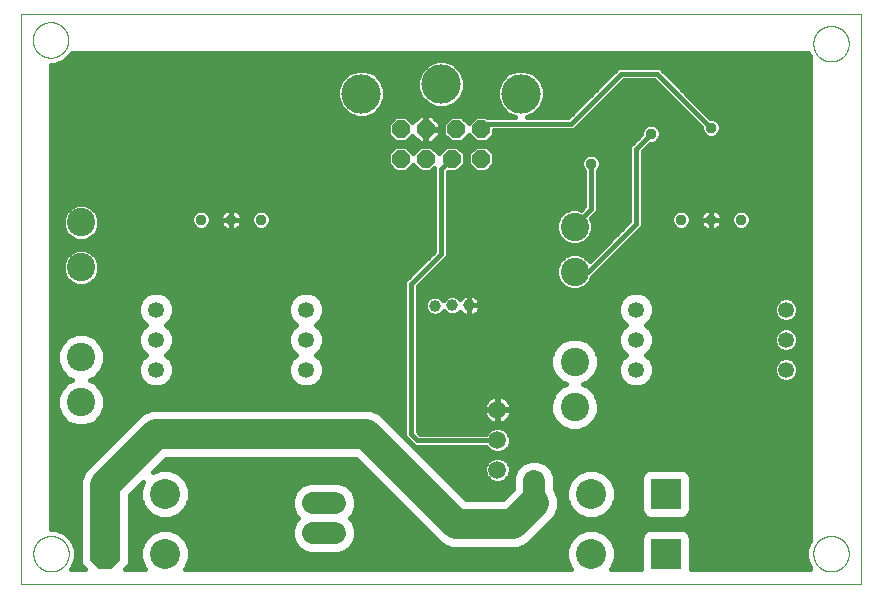
<source format=gbl>
G75*
%MOIN*%
%OFA0B0*%
%FSLAX25Y25*%
%IPPOS*%
%LPD*%
%AMOC8*
5,1,8,0,0,1.08239X$1,22.5*
%
%ADD10C,0.00000*%
%ADD11C,0.05906*%
%ADD12C,0.09449*%
%ADD13C,0.03900*%
%ADD14C,0.07400*%
%ADD15C,0.10000*%
%ADD16OC8,0.10000*%
%ADD17R,0.10000X0.10000*%
%ADD18C,0.05315*%
%ADD19C,0.03762*%
%ADD20OC8,0.05906*%
%ADD21C,0.13094*%
%ADD22C,0.01600*%
%ADD23C,0.10000*%
D10*
X0001000Y0023933D02*
X0001000Y0213933D01*
X0281000Y0213933D01*
X0281000Y0023933D01*
X0001000Y0023933D01*
X0005094Y0033933D02*
X0005096Y0034086D01*
X0005102Y0034240D01*
X0005112Y0034393D01*
X0005126Y0034545D01*
X0005144Y0034698D01*
X0005166Y0034849D01*
X0005191Y0035000D01*
X0005221Y0035151D01*
X0005255Y0035301D01*
X0005292Y0035449D01*
X0005333Y0035597D01*
X0005378Y0035743D01*
X0005427Y0035889D01*
X0005480Y0036033D01*
X0005536Y0036175D01*
X0005596Y0036316D01*
X0005660Y0036456D01*
X0005727Y0036594D01*
X0005798Y0036730D01*
X0005873Y0036864D01*
X0005950Y0036996D01*
X0006032Y0037126D01*
X0006116Y0037254D01*
X0006204Y0037380D01*
X0006295Y0037503D01*
X0006389Y0037624D01*
X0006487Y0037742D01*
X0006587Y0037858D01*
X0006691Y0037971D01*
X0006797Y0038082D01*
X0006906Y0038190D01*
X0007018Y0038295D01*
X0007132Y0038396D01*
X0007250Y0038495D01*
X0007369Y0038591D01*
X0007491Y0038684D01*
X0007616Y0038773D01*
X0007743Y0038860D01*
X0007872Y0038942D01*
X0008003Y0039022D01*
X0008136Y0039098D01*
X0008271Y0039171D01*
X0008408Y0039240D01*
X0008547Y0039305D01*
X0008687Y0039367D01*
X0008829Y0039425D01*
X0008972Y0039480D01*
X0009117Y0039531D01*
X0009263Y0039578D01*
X0009410Y0039621D01*
X0009558Y0039660D01*
X0009707Y0039696D01*
X0009857Y0039727D01*
X0010008Y0039755D01*
X0010159Y0039779D01*
X0010312Y0039799D01*
X0010464Y0039815D01*
X0010617Y0039827D01*
X0010770Y0039835D01*
X0010923Y0039839D01*
X0011077Y0039839D01*
X0011230Y0039835D01*
X0011383Y0039827D01*
X0011536Y0039815D01*
X0011688Y0039799D01*
X0011841Y0039779D01*
X0011992Y0039755D01*
X0012143Y0039727D01*
X0012293Y0039696D01*
X0012442Y0039660D01*
X0012590Y0039621D01*
X0012737Y0039578D01*
X0012883Y0039531D01*
X0013028Y0039480D01*
X0013171Y0039425D01*
X0013313Y0039367D01*
X0013453Y0039305D01*
X0013592Y0039240D01*
X0013729Y0039171D01*
X0013864Y0039098D01*
X0013997Y0039022D01*
X0014128Y0038942D01*
X0014257Y0038860D01*
X0014384Y0038773D01*
X0014509Y0038684D01*
X0014631Y0038591D01*
X0014750Y0038495D01*
X0014868Y0038396D01*
X0014982Y0038295D01*
X0015094Y0038190D01*
X0015203Y0038082D01*
X0015309Y0037971D01*
X0015413Y0037858D01*
X0015513Y0037742D01*
X0015611Y0037624D01*
X0015705Y0037503D01*
X0015796Y0037380D01*
X0015884Y0037254D01*
X0015968Y0037126D01*
X0016050Y0036996D01*
X0016127Y0036864D01*
X0016202Y0036730D01*
X0016273Y0036594D01*
X0016340Y0036456D01*
X0016404Y0036316D01*
X0016464Y0036175D01*
X0016520Y0036033D01*
X0016573Y0035889D01*
X0016622Y0035743D01*
X0016667Y0035597D01*
X0016708Y0035449D01*
X0016745Y0035301D01*
X0016779Y0035151D01*
X0016809Y0035000D01*
X0016834Y0034849D01*
X0016856Y0034698D01*
X0016874Y0034545D01*
X0016888Y0034393D01*
X0016898Y0034240D01*
X0016904Y0034086D01*
X0016906Y0033933D01*
X0016904Y0033780D01*
X0016898Y0033626D01*
X0016888Y0033473D01*
X0016874Y0033321D01*
X0016856Y0033168D01*
X0016834Y0033017D01*
X0016809Y0032866D01*
X0016779Y0032715D01*
X0016745Y0032565D01*
X0016708Y0032417D01*
X0016667Y0032269D01*
X0016622Y0032123D01*
X0016573Y0031977D01*
X0016520Y0031833D01*
X0016464Y0031691D01*
X0016404Y0031550D01*
X0016340Y0031410D01*
X0016273Y0031272D01*
X0016202Y0031136D01*
X0016127Y0031002D01*
X0016050Y0030870D01*
X0015968Y0030740D01*
X0015884Y0030612D01*
X0015796Y0030486D01*
X0015705Y0030363D01*
X0015611Y0030242D01*
X0015513Y0030124D01*
X0015413Y0030008D01*
X0015309Y0029895D01*
X0015203Y0029784D01*
X0015094Y0029676D01*
X0014982Y0029571D01*
X0014868Y0029470D01*
X0014750Y0029371D01*
X0014631Y0029275D01*
X0014509Y0029182D01*
X0014384Y0029093D01*
X0014257Y0029006D01*
X0014128Y0028924D01*
X0013997Y0028844D01*
X0013864Y0028768D01*
X0013729Y0028695D01*
X0013592Y0028626D01*
X0013453Y0028561D01*
X0013313Y0028499D01*
X0013171Y0028441D01*
X0013028Y0028386D01*
X0012883Y0028335D01*
X0012737Y0028288D01*
X0012590Y0028245D01*
X0012442Y0028206D01*
X0012293Y0028170D01*
X0012143Y0028139D01*
X0011992Y0028111D01*
X0011841Y0028087D01*
X0011688Y0028067D01*
X0011536Y0028051D01*
X0011383Y0028039D01*
X0011230Y0028031D01*
X0011077Y0028027D01*
X0010923Y0028027D01*
X0010770Y0028031D01*
X0010617Y0028039D01*
X0010464Y0028051D01*
X0010312Y0028067D01*
X0010159Y0028087D01*
X0010008Y0028111D01*
X0009857Y0028139D01*
X0009707Y0028170D01*
X0009558Y0028206D01*
X0009410Y0028245D01*
X0009263Y0028288D01*
X0009117Y0028335D01*
X0008972Y0028386D01*
X0008829Y0028441D01*
X0008687Y0028499D01*
X0008547Y0028561D01*
X0008408Y0028626D01*
X0008271Y0028695D01*
X0008136Y0028768D01*
X0008003Y0028844D01*
X0007872Y0028924D01*
X0007743Y0029006D01*
X0007616Y0029093D01*
X0007491Y0029182D01*
X0007369Y0029275D01*
X0007250Y0029371D01*
X0007132Y0029470D01*
X0007018Y0029571D01*
X0006906Y0029676D01*
X0006797Y0029784D01*
X0006691Y0029895D01*
X0006587Y0030008D01*
X0006487Y0030124D01*
X0006389Y0030242D01*
X0006295Y0030363D01*
X0006204Y0030486D01*
X0006116Y0030612D01*
X0006032Y0030740D01*
X0005950Y0030870D01*
X0005873Y0031002D01*
X0005798Y0031136D01*
X0005727Y0031272D01*
X0005660Y0031410D01*
X0005596Y0031550D01*
X0005536Y0031691D01*
X0005480Y0031833D01*
X0005427Y0031977D01*
X0005378Y0032123D01*
X0005333Y0032269D01*
X0005292Y0032417D01*
X0005255Y0032565D01*
X0005221Y0032715D01*
X0005191Y0032866D01*
X0005166Y0033017D01*
X0005144Y0033168D01*
X0005126Y0033321D01*
X0005112Y0033473D01*
X0005102Y0033626D01*
X0005096Y0033780D01*
X0005094Y0033933D01*
X0265094Y0033933D02*
X0265096Y0034086D01*
X0265102Y0034240D01*
X0265112Y0034393D01*
X0265126Y0034545D01*
X0265144Y0034698D01*
X0265166Y0034849D01*
X0265191Y0035000D01*
X0265221Y0035151D01*
X0265255Y0035301D01*
X0265292Y0035449D01*
X0265333Y0035597D01*
X0265378Y0035743D01*
X0265427Y0035889D01*
X0265480Y0036033D01*
X0265536Y0036175D01*
X0265596Y0036316D01*
X0265660Y0036456D01*
X0265727Y0036594D01*
X0265798Y0036730D01*
X0265873Y0036864D01*
X0265950Y0036996D01*
X0266032Y0037126D01*
X0266116Y0037254D01*
X0266204Y0037380D01*
X0266295Y0037503D01*
X0266389Y0037624D01*
X0266487Y0037742D01*
X0266587Y0037858D01*
X0266691Y0037971D01*
X0266797Y0038082D01*
X0266906Y0038190D01*
X0267018Y0038295D01*
X0267132Y0038396D01*
X0267250Y0038495D01*
X0267369Y0038591D01*
X0267491Y0038684D01*
X0267616Y0038773D01*
X0267743Y0038860D01*
X0267872Y0038942D01*
X0268003Y0039022D01*
X0268136Y0039098D01*
X0268271Y0039171D01*
X0268408Y0039240D01*
X0268547Y0039305D01*
X0268687Y0039367D01*
X0268829Y0039425D01*
X0268972Y0039480D01*
X0269117Y0039531D01*
X0269263Y0039578D01*
X0269410Y0039621D01*
X0269558Y0039660D01*
X0269707Y0039696D01*
X0269857Y0039727D01*
X0270008Y0039755D01*
X0270159Y0039779D01*
X0270312Y0039799D01*
X0270464Y0039815D01*
X0270617Y0039827D01*
X0270770Y0039835D01*
X0270923Y0039839D01*
X0271077Y0039839D01*
X0271230Y0039835D01*
X0271383Y0039827D01*
X0271536Y0039815D01*
X0271688Y0039799D01*
X0271841Y0039779D01*
X0271992Y0039755D01*
X0272143Y0039727D01*
X0272293Y0039696D01*
X0272442Y0039660D01*
X0272590Y0039621D01*
X0272737Y0039578D01*
X0272883Y0039531D01*
X0273028Y0039480D01*
X0273171Y0039425D01*
X0273313Y0039367D01*
X0273453Y0039305D01*
X0273592Y0039240D01*
X0273729Y0039171D01*
X0273864Y0039098D01*
X0273997Y0039022D01*
X0274128Y0038942D01*
X0274257Y0038860D01*
X0274384Y0038773D01*
X0274509Y0038684D01*
X0274631Y0038591D01*
X0274750Y0038495D01*
X0274868Y0038396D01*
X0274982Y0038295D01*
X0275094Y0038190D01*
X0275203Y0038082D01*
X0275309Y0037971D01*
X0275413Y0037858D01*
X0275513Y0037742D01*
X0275611Y0037624D01*
X0275705Y0037503D01*
X0275796Y0037380D01*
X0275884Y0037254D01*
X0275968Y0037126D01*
X0276050Y0036996D01*
X0276127Y0036864D01*
X0276202Y0036730D01*
X0276273Y0036594D01*
X0276340Y0036456D01*
X0276404Y0036316D01*
X0276464Y0036175D01*
X0276520Y0036033D01*
X0276573Y0035889D01*
X0276622Y0035743D01*
X0276667Y0035597D01*
X0276708Y0035449D01*
X0276745Y0035301D01*
X0276779Y0035151D01*
X0276809Y0035000D01*
X0276834Y0034849D01*
X0276856Y0034698D01*
X0276874Y0034545D01*
X0276888Y0034393D01*
X0276898Y0034240D01*
X0276904Y0034086D01*
X0276906Y0033933D01*
X0276904Y0033780D01*
X0276898Y0033626D01*
X0276888Y0033473D01*
X0276874Y0033321D01*
X0276856Y0033168D01*
X0276834Y0033017D01*
X0276809Y0032866D01*
X0276779Y0032715D01*
X0276745Y0032565D01*
X0276708Y0032417D01*
X0276667Y0032269D01*
X0276622Y0032123D01*
X0276573Y0031977D01*
X0276520Y0031833D01*
X0276464Y0031691D01*
X0276404Y0031550D01*
X0276340Y0031410D01*
X0276273Y0031272D01*
X0276202Y0031136D01*
X0276127Y0031002D01*
X0276050Y0030870D01*
X0275968Y0030740D01*
X0275884Y0030612D01*
X0275796Y0030486D01*
X0275705Y0030363D01*
X0275611Y0030242D01*
X0275513Y0030124D01*
X0275413Y0030008D01*
X0275309Y0029895D01*
X0275203Y0029784D01*
X0275094Y0029676D01*
X0274982Y0029571D01*
X0274868Y0029470D01*
X0274750Y0029371D01*
X0274631Y0029275D01*
X0274509Y0029182D01*
X0274384Y0029093D01*
X0274257Y0029006D01*
X0274128Y0028924D01*
X0273997Y0028844D01*
X0273864Y0028768D01*
X0273729Y0028695D01*
X0273592Y0028626D01*
X0273453Y0028561D01*
X0273313Y0028499D01*
X0273171Y0028441D01*
X0273028Y0028386D01*
X0272883Y0028335D01*
X0272737Y0028288D01*
X0272590Y0028245D01*
X0272442Y0028206D01*
X0272293Y0028170D01*
X0272143Y0028139D01*
X0271992Y0028111D01*
X0271841Y0028087D01*
X0271688Y0028067D01*
X0271536Y0028051D01*
X0271383Y0028039D01*
X0271230Y0028031D01*
X0271077Y0028027D01*
X0270923Y0028027D01*
X0270770Y0028031D01*
X0270617Y0028039D01*
X0270464Y0028051D01*
X0270312Y0028067D01*
X0270159Y0028087D01*
X0270008Y0028111D01*
X0269857Y0028139D01*
X0269707Y0028170D01*
X0269558Y0028206D01*
X0269410Y0028245D01*
X0269263Y0028288D01*
X0269117Y0028335D01*
X0268972Y0028386D01*
X0268829Y0028441D01*
X0268687Y0028499D01*
X0268547Y0028561D01*
X0268408Y0028626D01*
X0268271Y0028695D01*
X0268136Y0028768D01*
X0268003Y0028844D01*
X0267872Y0028924D01*
X0267743Y0029006D01*
X0267616Y0029093D01*
X0267491Y0029182D01*
X0267369Y0029275D01*
X0267250Y0029371D01*
X0267132Y0029470D01*
X0267018Y0029571D01*
X0266906Y0029676D01*
X0266797Y0029784D01*
X0266691Y0029895D01*
X0266587Y0030008D01*
X0266487Y0030124D01*
X0266389Y0030242D01*
X0266295Y0030363D01*
X0266204Y0030486D01*
X0266116Y0030612D01*
X0266032Y0030740D01*
X0265950Y0030870D01*
X0265873Y0031002D01*
X0265798Y0031136D01*
X0265727Y0031272D01*
X0265660Y0031410D01*
X0265596Y0031550D01*
X0265536Y0031691D01*
X0265480Y0031833D01*
X0265427Y0031977D01*
X0265378Y0032123D01*
X0265333Y0032269D01*
X0265292Y0032417D01*
X0265255Y0032565D01*
X0265221Y0032715D01*
X0265191Y0032866D01*
X0265166Y0033017D01*
X0265144Y0033168D01*
X0265126Y0033321D01*
X0265112Y0033473D01*
X0265102Y0033626D01*
X0265096Y0033780D01*
X0265094Y0033933D01*
X0265094Y0203933D02*
X0265096Y0204086D01*
X0265102Y0204240D01*
X0265112Y0204393D01*
X0265126Y0204545D01*
X0265144Y0204698D01*
X0265166Y0204849D01*
X0265191Y0205000D01*
X0265221Y0205151D01*
X0265255Y0205301D01*
X0265292Y0205449D01*
X0265333Y0205597D01*
X0265378Y0205743D01*
X0265427Y0205889D01*
X0265480Y0206033D01*
X0265536Y0206175D01*
X0265596Y0206316D01*
X0265660Y0206456D01*
X0265727Y0206594D01*
X0265798Y0206730D01*
X0265873Y0206864D01*
X0265950Y0206996D01*
X0266032Y0207126D01*
X0266116Y0207254D01*
X0266204Y0207380D01*
X0266295Y0207503D01*
X0266389Y0207624D01*
X0266487Y0207742D01*
X0266587Y0207858D01*
X0266691Y0207971D01*
X0266797Y0208082D01*
X0266906Y0208190D01*
X0267018Y0208295D01*
X0267132Y0208396D01*
X0267250Y0208495D01*
X0267369Y0208591D01*
X0267491Y0208684D01*
X0267616Y0208773D01*
X0267743Y0208860D01*
X0267872Y0208942D01*
X0268003Y0209022D01*
X0268136Y0209098D01*
X0268271Y0209171D01*
X0268408Y0209240D01*
X0268547Y0209305D01*
X0268687Y0209367D01*
X0268829Y0209425D01*
X0268972Y0209480D01*
X0269117Y0209531D01*
X0269263Y0209578D01*
X0269410Y0209621D01*
X0269558Y0209660D01*
X0269707Y0209696D01*
X0269857Y0209727D01*
X0270008Y0209755D01*
X0270159Y0209779D01*
X0270312Y0209799D01*
X0270464Y0209815D01*
X0270617Y0209827D01*
X0270770Y0209835D01*
X0270923Y0209839D01*
X0271077Y0209839D01*
X0271230Y0209835D01*
X0271383Y0209827D01*
X0271536Y0209815D01*
X0271688Y0209799D01*
X0271841Y0209779D01*
X0271992Y0209755D01*
X0272143Y0209727D01*
X0272293Y0209696D01*
X0272442Y0209660D01*
X0272590Y0209621D01*
X0272737Y0209578D01*
X0272883Y0209531D01*
X0273028Y0209480D01*
X0273171Y0209425D01*
X0273313Y0209367D01*
X0273453Y0209305D01*
X0273592Y0209240D01*
X0273729Y0209171D01*
X0273864Y0209098D01*
X0273997Y0209022D01*
X0274128Y0208942D01*
X0274257Y0208860D01*
X0274384Y0208773D01*
X0274509Y0208684D01*
X0274631Y0208591D01*
X0274750Y0208495D01*
X0274868Y0208396D01*
X0274982Y0208295D01*
X0275094Y0208190D01*
X0275203Y0208082D01*
X0275309Y0207971D01*
X0275413Y0207858D01*
X0275513Y0207742D01*
X0275611Y0207624D01*
X0275705Y0207503D01*
X0275796Y0207380D01*
X0275884Y0207254D01*
X0275968Y0207126D01*
X0276050Y0206996D01*
X0276127Y0206864D01*
X0276202Y0206730D01*
X0276273Y0206594D01*
X0276340Y0206456D01*
X0276404Y0206316D01*
X0276464Y0206175D01*
X0276520Y0206033D01*
X0276573Y0205889D01*
X0276622Y0205743D01*
X0276667Y0205597D01*
X0276708Y0205449D01*
X0276745Y0205301D01*
X0276779Y0205151D01*
X0276809Y0205000D01*
X0276834Y0204849D01*
X0276856Y0204698D01*
X0276874Y0204545D01*
X0276888Y0204393D01*
X0276898Y0204240D01*
X0276904Y0204086D01*
X0276906Y0203933D01*
X0276904Y0203780D01*
X0276898Y0203626D01*
X0276888Y0203473D01*
X0276874Y0203321D01*
X0276856Y0203168D01*
X0276834Y0203017D01*
X0276809Y0202866D01*
X0276779Y0202715D01*
X0276745Y0202565D01*
X0276708Y0202417D01*
X0276667Y0202269D01*
X0276622Y0202123D01*
X0276573Y0201977D01*
X0276520Y0201833D01*
X0276464Y0201691D01*
X0276404Y0201550D01*
X0276340Y0201410D01*
X0276273Y0201272D01*
X0276202Y0201136D01*
X0276127Y0201002D01*
X0276050Y0200870D01*
X0275968Y0200740D01*
X0275884Y0200612D01*
X0275796Y0200486D01*
X0275705Y0200363D01*
X0275611Y0200242D01*
X0275513Y0200124D01*
X0275413Y0200008D01*
X0275309Y0199895D01*
X0275203Y0199784D01*
X0275094Y0199676D01*
X0274982Y0199571D01*
X0274868Y0199470D01*
X0274750Y0199371D01*
X0274631Y0199275D01*
X0274509Y0199182D01*
X0274384Y0199093D01*
X0274257Y0199006D01*
X0274128Y0198924D01*
X0273997Y0198844D01*
X0273864Y0198768D01*
X0273729Y0198695D01*
X0273592Y0198626D01*
X0273453Y0198561D01*
X0273313Y0198499D01*
X0273171Y0198441D01*
X0273028Y0198386D01*
X0272883Y0198335D01*
X0272737Y0198288D01*
X0272590Y0198245D01*
X0272442Y0198206D01*
X0272293Y0198170D01*
X0272143Y0198139D01*
X0271992Y0198111D01*
X0271841Y0198087D01*
X0271688Y0198067D01*
X0271536Y0198051D01*
X0271383Y0198039D01*
X0271230Y0198031D01*
X0271077Y0198027D01*
X0270923Y0198027D01*
X0270770Y0198031D01*
X0270617Y0198039D01*
X0270464Y0198051D01*
X0270312Y0198067D01*
X0270159Y0198087D01*
X0270008Y0198111D01*
X0269857Y0198139D01*
X0269707Y0198170D01*
X0269558Y0198206D01*
X0269410Y0198245D01*
X0269263Y0198288D01*
X0269117Y0198335D01*
X0268972Y0198386D01*
X0268829Y0198441D01*
X0268687Y0198499D01*
X0268547Y0198561D01*
X0268408Y0198626D01*
X0268271Y0198695D01*
X0268136Y0198768D01*
X0268003Y0198844D01*
X0267872Y0198924D01*
X0267743Y0199006D01*
X0267616Y0199093D01*
X0267491Y0199182D01*
X0267369Y0199275D01*
X0267250Y0199371D01*
X0267132Y0199470D01*
X0267018Y0199571D01*
X0266906Y0199676D01*
X0266797Y0199784D01*
X0266691Y0199895D01*
X0266587Y0200008D01*
X0266487Y0200124D01*
X0266389Y0200242D01*
X0266295Y0200363D01*
X0266204Y0200486D01*
X0266116Y0200612D01*
X0266032Y0200740D01*
X0265950Y0200870D01*
X0265873Y0201002D01*
X0265798Y0201136D01*
X0265727Y0201272D01*
X0265660Y0201410D01*
X0265596Y0201550D01*
X0265536Y0201691D01*
X0265480Y0201833D01*
X0265427Y0201977D01*
X0265378Y0202123D01*
X0265333Y0202269D01*
X0265292Y0202417D01*
X0265255Y0202565D01*
X0265221Y0202715D01*
X0265191Y0202866D01*
X0265166Y0203017D01*
X0265144Y0203168D01*
X0265126Y0203321D01*
X0265112Y0203473D01*
X0265102Y0203626D01*
X0265096Y0203780D01*
X0265094Y0203933D01*
X0004937Y0205193D02*
X0004939Y0205346D01*
X0004945Y0205500D01*
X0004955Y0205653D01*
X0004969Y0205805D01*
X0004987Y0205958D01*
X0005009Y0206109D01*
X0005034Y0206260D01*
X0005064Y0206411D01*
X0005098Y0206561D01*
X0005135Y0206709D01*
X0005176Y0206857D01*
X0005221Y0207003D01*
X0005270Y0207149D01*
X0005323Y0207293D01*
X0005379Y0207435D01*
X0005439Y0207576D01*
X0005503Y0207716D01*
X0005570Y0207854D01*
X0005641Y0207990D01*
X0005716Y0208124D01*
X0005793Y0208256D01*
X0005875Y0208386D01*
X0005959Y0208514D01*
X0006047Y0208640D01*
X0006138Y0208763D01*
X0006232Y0208884D01*
X0006330Y0209002D01*
X0006430Y0209118D01*
X0006534Y0209231D01*
X0006640Y0209342D01*
X0006749Y0209450D01*
X0006861Y0209555D01*
X0006975Y0209656D01*
X0007093Y0209755D01*
X0007212Y0209851D01*
X0007334Y0209944D01*
X0007459Y0210033D01*
X0007586Y0210120D01*
X0007715Y0210202D01*
X0007846Y0210282D01*
X0007979Y0210358D01*
X0008114Y0210431D01*
X0008251Y0210500D01*
X0008390Y0210565D01*
X0008530Y0210627D01*
X0008672Y0210685D01*
X0008815Y0210740D01*
X0008960Y0210791D01*
X0009106Y0210838D01*
X0009253Y0210881D01*
X0009401Y0210920D01*
X0009550Y0210956D01*
X0009700Y0210987D01*
X0009851Y0211015D01*
X0010002Y0211039D01*
X0010155Y0211059D01*
X0010307Y0211075D01*
X0010460Y0211087D01*
X0010613Y0211095D01*
X0010766Y0211099D01*
X0010920Y0211099D01*
X0011073Y0211095D01*
X0011226Y0211087D01*
X0011379Y0211075D01*
X0011531Y0211059D01*
X0011684Y0211039D01*
X0011835Y0211015D01*
X0011986Y0210987D01*
X0012136Y0210956D01*
X0012285Y0210920D01*
X0012433Y0210881D01*
X0012580Y0210838D01*
X0012726Y0210791D01*
X0012871Y0210740D01*
X0013014Y0210685D01*
X0013156Y0210627D01*
X0013296Y0210565D01*
X0013435Y0210500D01*
X0013572Y0210431D01*
X0013707Y0210358D01*
X0013840Y0210282D01*
X0013971Y0210202D01*
X0014100Y0210120D01*
X0014227Y0210033D01*
X0014352Y0209944D01*
X0014474Y0209851D01*
X0014593Y0209755D01*
X0014711Y0209656D01*
X0014825Y0209555D01*
X0014937Y0209450D01*
X0015046Y0209342D01*
X0015152Y0209231D01*
X0015256Y0209118D01*
X0015356Y0209002D01*
X0015454Y0208884D01*
X0015548Y0208763D01*
X0015639Y0208640D01*
X0015727Y0208514D01*
X0015811Y0208386D01*
X0015893Y0208256D01*
X0015970Y0208124D01*
X0016045Y0207990D01*
X0016116Y0207854D01*
X0016183Y0207716D01*
X0016247Y0207576D01*
X0016307Y0207435D01*
X0016363Y0207293D01*
X0016416Y0207149D01*
X0016465Y0207003D01*
X0016510Y0206857D01*
X0016551Y0206709D01*
X0016588Y0206561D01*
X0016622Y0206411D01*
X0016652Y0206260D01*
X0016677Y0206109D01*
X0016699Y0205958D01*
X0016717Y0205805D01*
X0016731Y0205653D01*
X0016741Y0205500D01*
X0016747Y0205346D01*
X0016749Y0205193D01*
X0016747Y0205040D01*
X0016741Y0204886D01*
X0016731Y0204733D01*
X0016717Y0204581D01*
X0016699Y0204428D01*
X0016677Y0204277D01*
X0016652Y0204126D01*
X0016622Y0203975D01*
X0016588Y0203825D01*
X0016551Y0203677D01*
X0016510Y0203529D01*
X0016465Y0203383D01*
X0016416Y0203237D01*
X0016363Y0203093D01*
X0016307Y0202951D01*
X0016247Y0202810D01*
X0016183Y0202670D01*
X0016116Y0202532D01*
X0016045Y0202396D01*
X0015970Y0202262D01*
X0015893Y0202130D01*
X0015811Y0202000D01*
X0015727Y0201872D01*
X0015639Y0201746D01*
X0015548Y0201623D01*
X0015454Y0201502D01*
X0015356Y0201384D01*
X0015256Y0201268D01*
X0015152Y0201155D01*
X0015046Y0201044D01*
X0014937Y0200936D01*
X0014825Y0200831D01*
X0014711Y0200730D01*
X0014593Y0200631D01*
X0014474Y0200535D01*
X0014352Y0200442D01*
X0014227Y0200353D01*
X0014100Y0200266D01*
X0013971Y0200184D01*
X0013840Y0200104D01*
X0013707Y0200028D01*
X0013572Y0199955D01*
X0013435Y0199886D01*
X0013296Y0199821D01*
X0013156Y0199759D01*
X0013014Y0199701D01*
X0012871Y0199646D01*
X0012726Y0199595D01*
X0012580Y0199548D01*
X0012433Y0199505D01*
X0012285Y0199466D01*
X0012136Y0199430D01*
X0011986Y0199399D01*
X0011835Y0199371D01*
X0011684Y0199347D01*
X0011531Y0199327D01*
X0011379Y0199311D01*
X0011226Y0199299D01*
X0011073Y0199291D01*
X0010920Y0199287D01*
X0010766Y0199287D01*
X0010613Y0199291D01*
X0010460Y0199299D01*
X0010307Y0199311D01*
X0010155Y0199327D01*
X0010002Y0199347D01*
X0009851Y0199371D01*
X0009700Y0199399D01*
X0009550Y0199430D01*
X0009401Y0199466D01*
X0009253Y0199505D01*
X0009106Y0199548D01*
X0008960Y0199595D01*
X0008815Y0199646D01*
X0008672Y0199701D01*
X0008530Y0199759D01*
X0008390Y0199821D01*
X0008251Y0199886D01*
X0008114Y0199955D01*
X0007979Y0200028D01*
X0007846Y0200104D01*
X0007715Y0200184D01*
X0007586Y0200266D01*
X0007459Y0200353D01*
X0007334Y0200442D01*
X0007212Y0200535D01*
X0007093Y0200631D01*
X0006975Y0200730D01*
X0006861Y0200831D01*
X0006749Y0200936D01*
X0006640Y0201044D01*
X0006534Y0201155D01*
X0006430Y0201268D01*
X0006330Y0201384D01*
X0006232Y0201502D01*
X0006138Y0201623D01*
X0006047Y0201746D01*
X0005959Y0201872D01*
X0005875Y0202000D01*
X0005793Y0202130D01*
X0005716Y0202262D01*
X0005641Y0202396D01*
X0005570Y0202532D01*
X0005503Y0202670D01*
X0005439Y0202810D01*
X0005379Y0202951D01*
X0005323Y0203093D01*
X0005270Y0203237D01*
X0005221Y0203383D01*
X0005176Y0203529D01*
X0005135Y0203677D01*
X0005098Y0203825D01*
X0005064Y0203975D01*
X0005034Y0204126D01*
X0005009Y0204277D01*
X0004987Y0204428D01*
X0004969Y0204581D01*
X0004955Y0204733D01*
X0004945Y0204886D01*
X0004939Y0205040D01*
X0004937Y0205193D01*
D11*
X0159823Y0082012D03*
X0159823Y0071776D03*
X0159823Y0061933D03*
D12*
X0185500Y0082933D03*
X0185500Y0097933D03*
X0185500Y0127933D03*
X0185500Y0142933D03*
X0021000Y0144433D03*
X0021000Y0129433D03*
X0021000Y0099433D03*
X0021000Y0084433D03*
D13*
X0139000Y0116633D03*
X0144700Y0116733D03*
X0150300Y0116733D03*
D14*
X0172000Y0058333D02*
X0172000Y0050933D01*
X0105700Y0050933D02*
X0098300Y0050933D01*
X0098300Y0040933D02*
X0105700Y0040933D01*
D15*
X0049000Y0033933D03*
X0049000Y0053933D03*
X0191000Y0053933D03*
X0191000Y0033933D03*
D16*
X0029000Y0033933D03*
X0029000Y0053933D03*
D17*
X0216000Y0053933D03*
X0216000Y0033933D03*
D18*
X0206000Y0095311D03*
X0206000Y0105311D03*
X0206000Y0115311D03*
X0256000Y0115311D03*
X0256000Y0105311D03*
X0256000Y0095311D03*
X0096000Y0095311D03*
X0096000Y0105311D03*
X0096000Y0115311D03*
X0046000Y0115311D03*
X0046000Y0105311D03*
X0046000Y0095311D03*
D19*
X0061000Y0145232D03*
X0071000Y0145232D03*
X0081000Y0145232D03*
X0132000Y0152933D03*
X0147000Y0152933D03*
X0191000Y0163933D03*
X0211000Y0173933D03*
X0231000Y0175933D03*
X0261000Y0172933D03*
X0241000Y0145232D03*
X0231000Y0145232D03*
X0221000Y0145232D03*
X0224000Y0199933D03*
X0069000Y0199933D03*
X0054000Y0174933D03*
D20*
X0127614Y0175469D03*
X0135882Y0175469D03*
X0146118Y0175469D03*
X0154386Y0175469D03*
X0154386Y0165626D03*
X0144543Y0165626D03*
X0135882Y0165626D03*
X0127614Y0165626D03*
D21*
X0114425Y0187280D03*
X0141000Y0190429D03*
X0167575Y0187280D03*
D22*
X0174976Y0190178D02*
X0194134Y0190178D01*
X0192535Y0188580D02*
X0175522Y0188580D01*
X0175522Y0188860D02*
X0174312Y0191781D01*
X0172077Y0194017D01*
X0169156Y0195227D01*
X0165994Y0195227D01*
X0163073Y0194017D01*
X0160837Y0191781D01*
X0159628Y0188860D01*
X0159628Y0185699D01*
X0160837Y0182778D01*
X0163073Y0180542D01*
X0165544Y0179519D01*
X0156491Y0179519D01*
X0156189Y0179821D01*
X0152583Y0179821D01*
X0150252Y0177490D01*
X0147921Y0179821D01*
X0144315Y0179821D01*
X0141765Y0177271D01*
X0141765Y0173666D01*
X0144315Y0171116D01*
X0147921Y0171116D01*
X0150252Y0173447D01*
X0152583Y0171116D01*
X0156189Y0171116D01*
X0158739Y0173666D01*
X0158739Y0175119D01*
X0185297Y0175119D01*
X0201911Y0191733D01*
X0212089Y0191733D01*
X0227719Y0176103D01*
X0227719Y0175280D01*
X0228218Y0174074D01*
X0229141Y0173151D01*
X0230347Y0172652D01*
X0231653Y0172652D01*
X0232859Y0173151D01*
X0233782Y0174074D01*
X0234281Y0175280D01*
X0234281Y0176586D01*
X0233782Y0177792D01*
X0232859Y0178715D01*
X0231653Y0179214D01*
X0230830Y0179214D01*
X0215200Y0194844D01*
X0213911Y0196133D01*
X0200089Y0196133D01*
X0198800Y0194844D01*
X0183475Y0179519D01*
X0169606Y0179519D01*
X0172077Y0180542D01*
X0174312Y0182778D01*
X0175522Y0185699D01*
X0175522Y0188860D01*
X0175522Y0186981D02*
X0190937Y0186981D01*
X0189338Y0185383D02*
X0175391Y0185383D01*
X0174729Y0183784D02*
X0187740Y0183784D01*
X0186141Y0182186D02*
X0173720Y0182186D01*
X0172122Y0180587D02*
X0184543Y0180587D01*
X0189167Y0178989D02*
X0224833Y0178989D01*
X0223235Y0180587D02*
X0190765Y0180587D01*
X0192364Y0182186D02*
X0221636Y0182186D01*
X0220038Y0183784D02*
X0193962Y0183784D01*
X0195561Y0185383D02*
X0218439Y0185383D01*
X0216841Y0186981D02*
X0197159Y0186981D01*
X0198758Y0188580D02*
X0215242Y0188580D01*
X0213644Y0190178D02*
X0200356Y0190178D01*
X0197331Y0193375D02*
X0172718Y0193375D01*
X0174314Y0191777D02*
X0195732Y0191777D01*
X0198929Y0194974D02*
X0169766Y0194974D01*
X0165383Y0194974D02*
X0147694Y0194974D01*
X0147737Y0194931D02*
X0145502Y0197166D01*
X0142581Y0198376D01*
X0139419Y0198376D01*
X0136498Y0197166D01*
X0134263Y0194931D01*
X0133053Y0192010D01*
X0133053Y0188848D01*
X0134263Y0185927D01*
X0136498Y0183692D01*
X0139419Y0182482D01*
X0142581Y0182482D01*
X0145502Y0183692D01*
X0147737Y0185927D01*
X0148947Y0188848D01*
X0148947Y0192010D01*
X0147737Y0194931D01*
X0148382Y0193375D02*
X0162431Y0193375D01*
X0160836Y0191777D02*
X0148947Y0191777D01*
X0148947Y0190178D02*
X0160173Y0190178D01*
X0159628Y0188580D02*
X0148836Y0188580D01*
X0148174Y0186981D02*
X0159628Y0186981D01*
X0159758Y0185383D02*
X0147193Y0185383D01*
X0145594Y0183784D02*
X0160421Y0183784D01*
X0161430Y0182186D02*
X0120570Y0182186D01*
X0121163Y0182778D02*
X0118927Y0180542D01*
X0116006Y0179332D01*
X0112844Y0179332D01*
X0109923Y0180542D01*
X0107688Y0182778D01*
X0106478Y0185699D01*
X0106478Y0188860D01*
X0107688Y0191781D01*
X0109923Y0194017D01*
X0112844Y0195227D01*
X0116006Y0195227D01*
X0118927Y0194017D01*
X0121163Y0191781D01*
X0122372Y0188860D01*
X0122372Y0185699D01*
X0121163Y0182778D01*
X0121579Y0183784D02*
X0136406Y0183784D01*
X0134807Y0185383D02*
X0122242Y0185383D01*
X0122372Y0186981D02*
X0133826Y0186981D01*
X0133164Y0188580D02*
X0122372Y0188580D01*
X0121827Y0190178D02*
X0133053Y0190178D01*
X0133053Y0191777D02*
X0121164Y0191777D01*
X0119569Y0193375D02*
X0133618Y0193375D01*
X0134306Y0194974D02*
X0116617Y0194974D01*
X0112234Y0194974D02*
X0011000Y0194974D01*
X0011000Y0196572D02*
X0135904Y0196572D01*
X0138923Y0198171D02*
X0015332Y0198171D01*
X0015491Y0198237D02*
X0017799Y0200545D01*
X0017960Y0200933D01*
X0263361Y0200933D01*
X0264000Y0199391D01*
X0264000Y0038476D01*
X0262794Y0035565D01*
X0262794Y0032301D01*
X0264000Y0029391D01*
X0264000Y0028933D01*
X0224300Y0028933D01*
X0224300Y0039589D01*
X0223798Y0040802D01*
X0222869Y0041731D01*
X0221656Y0042233D01*
X0210344Y0042233D01*
X0209131Y0041731D01*
X0208202Y0040802D01*
X0207700Y0039589D01*
X0207700Y0028933D01*
X0197738Y0028933D01*
X0198036Y0029231D01*
X0199300Y0032282D01*
X0199300Y0035584D01*
X0198036Y0038635D01*
X0195702Y0040969D01*
X0192651Y0042233D01*
X0189349Y0042233D01*
X0186298Y0040969D01*
X0183964Y0038635D01*
X0182700Y0035584D01*
X0182700Y0032282D01*
X0183964Y0029231D01*
X0184262Y0028933D01*
X0055738Y0028933D01*
X0056036Y0029231D01*
X0057300Y0032282D01*
X0057300Y0035584D01*
X0056036Y0038635D01*
X0053702Y0040969D01*
X0050651Y0042233D01*
X0047349Y0042233D01*
X0044298Y0040969D01*
X0041964Y0038635D01*
X0040700Y0035584D01*
X0040700Y0032282D01*
X0041964Y0029231D01*
X0042262Y0028933D01*
X0035738Y0028933D01*
X0036036Y0029231D01*
X0036036Y0029232D01*
X0037300Y0030495D01*
X0037300Y0053495D01*
X0041627Y0057822D01*
X0040700Y0055584D01*
X0040700Y0052282D01*
X0041964Y0049231D01*
X0044298Y0046897D01*
X0047349Y0045633D01*
X0050651Y0045633D01*
X0053702Y0046897D01*
X0056036Y0049231D01*
X0057300Y0052282D01*
X0057300Y0055584D01*
X0056036Y0058635D01*
X0053702Y0060969D01*
X0050651Y0062233D01*
X0047349Y0062233D01*
X0045111Y0061306D01*
X0049438Y0065633D01*
X0112562Y0065633D01*
X0138964Y0039232D01*
X0138964Y0039231D01*
X0141298Y0036897D01*
X0144349Y0035633D01*
X0166651Y0035633D01*
X0169702Y0036897D01*
X0179036Y0046231D01*
X0180300Y0049282D01*
X0180300Y0052584D01*
X0179036Y0055635D01*
X0179000Y0055671D01*
X0179000Y0059725D01*
X0177934Y0062298D01*
X0175965Y0064267D01*
X0173392Y0065333D01*
X0170608Y0065333D01*
X0168035Y0064267D01*
X0166066Y0062298D01*
X0165000Y0059725D01*
X0165000Y0055671D01*
X0161562Y0052233D01*
X0149438Y0052233D01*
X0123036Y0078635D01*
X0120702Y0080969D01*
X0117651Y0082233D01*
X0044349Y0082233D01*
X0041298Y0080969D01*
X0038964Y0078635D01*
X0021964Y0061635D01*
X0020700Y0058584D01*
X0020700Y0030495D01*
X0021964Y0029232D01*
X0021964Y0029231D01*
X0022262Y0028933D01*
X0017604Y0028933D01*
X0017956Y0029285D01*
X0019205Y0032301D01*
X0019205Y0035565D01*
X0017956Y0038581D01*
X0015648Y0040889D01*
X0012632Y0042139D01*
X0011000Y0042139D01*
X0011000Y0196987D01*
X0012475Y0196987D01*
X0015491Y0198237D01*
X0017023Y0199769D02*
X0263843Y0199769D01*
X0264000Y0198171D02*
X0143077Y0198171D01*
X0146096Y0196572D02*
X0264000Y0196572D01*
X0264000Y0194974D02*
X0215071Y0194974D01*
X0216669Y0193375D02*
X0264000Y0193375D01*
X0264000Y0191777D02*
X0218268Y0191777D01*
X0219866Y0190178D02*
X0264000Y0190178D01*
X0264000Y0188580D02*
X0221465Y0188580D01*
X0223063Y0186981D02*
X0264000Y0186981D01*
X0264000Y0185383D02*
X0224662Y0185383D01*
X0226260Y0183784D02*
X0264000Y0183784D01*
X0264000Y0182186D02*
X0227859Y0182186D01*
X0229457Y0180587D02*
X0264000Y0180587D01*
X0264000Y0178989D02*
X0232197Y0178989D01*
X0233948Y0177390D02*
X0264000Y0177390D01*
X0264000Y0175792D02*
X0234281Y0175792D01*
X0233831Y0174193D02*
X0264000Y0174193D01*
X0264000Y0172595D02*
X0213997Y0172595D01*
X0213782Y0172074D02*
X0214281Y0173280D01*
X0214281Y0174586D01*
X0213782Y0175792D01*
X0227719Y0175792D01*
X0228169Y0174193D02*
X0214281Y0174193D01*
X0213782Y0175792D02*
X0212859Y0176715D01*
X0211653Y0177214D01*
X0210347Y0177214D01*
X0209141Y0176715D01*
X0208218Y0175792D01*
X0185970Y0175792D01*
X0184386Y0177319D02*
X0201000Y0193933D01*
X0213000Y0193933D01*
X0231000Y0175933D01*
X0226432Y0177390D02*
X0187568Y0177390D01*
X0184386Y0177319D02*
X0154386Y0177319D01*
X0154386Y0175469D01*
X0157668Y0172595D02*
X0206550Y0172595D01*
X0207719Y0173763D02*
X0203800Y0169844D01*
X0203800Y0144844D01*
X0190525Y0131569D01*
X0188969Y0133125D01*
X0186718Y0134057D01*
X0184282Y0134057D01*
X0182031Y0133125D01*
X0180308Y0131402D01*
X0179376Y0129151D01*
X0179376Y0126715D01*
X0180308Y0124464D01*
X0182031Y0122741D01*
X0184282Y0121809D01*
X0186718Y0121809D01*
X0188969Y0122741D01*
X0190692Y0124464D01*
X0191434Y0126256D01*
X0206911Y0141733D01*
X0208200Y0143022D01*
X0208200Y0168022D01*
X0210830Y0170652D01*
X0211653Y0170652D01*
X0212859Y0171151D01*
X0213782Y0172074D01*
X0212483Y0170996D02*
X0264000Y0170996D01*
X0264000Y0169398D02*
X0209576Y0169398D01*
X0208200Y0167799D02*
X0264000Y0167799D01*
X0264000Y0166201D02*
X0208200Y0166201D01*
X0208200Y0164602D02*
X0264000Y0164602D01*
X0264000Y0163004D02*
X0208200Y0163004D01*
X0208200Y0161405D02*
X0264000Y0161405D01*
X0264000Y0159807D02*
X0208200Y0159807D01*
X0208200Y0158208D02*
X0264000Y0158208D01*
X0264000Y0156610D02*
X0208200Y0156610D01*
X0208200Y0155011D02*
X0264000Y0155011D01*
X0264000Y0153412D02*
X0208200Y0153412D01*
X0208200Y0151814D02*
X0264000Y0151814D01*
X0264000Y0150215D02*
X0208200Y0150215D01*
X0208200Y0148617D02*
X0229552Y0148617D01*
X0229256Y0148494D02*
X0229926Y0148772D01*
X0230637Y0148913D01*
X0231000Y0148913D01*
X0231363Y0148913D01*
X0232074Y0148772D01*
X0232744Y0148494D01*
X0233347Y0148092D01*
X0233859Y0147579D01*
X0234262Y0146976D01*
X0234540Y0146306D01*
X0234681Y0145595D01*
X0234681Y0145232D01*
X0231000Y0145232D01*
X0231000Y0141551D01*
X0231363Y0141551D01*
X0232074Y0141693D01*
X0232744Y0141970D01*
X0233347Y0142373D01*
X0233859Y0142886D01*
X0234262Y0143489D01*
X0234540Y0144159D01*
X0234681Y0144870D01*
X0234681Y0145232D01*
X0231000Y0145232D01*
X0231000Y0145232D01*
X0231000Y0141551D01*
X0230637Y0141551D01*
X0229926Y0141693D01*
X0229256Y0141970D01*
X0228653Y0142373D01*
X0228141Y0142886D01*
X0227738Y0143489D01*
X0227460Y0144159D01*
X0227319Y0144870D01*
X0227319Y0145232D01*
X0231000Y0145232D01*
X0231000Y0145232D01*
X0231000Y0145232D01*
X0227319Y0145232D01*
X0227319Y0145595D01*
X0227460Y0146306D01*
X0227738Y0146976D01*
X0228141Y0147579D01*
X0228653Y0148092D01*
X0229256Y0148494D01*
X0231000Y0148617D02*
X0231000Y0148617D01*
X0231000Y0148913D02*
X0231000Y0145232D01*
X0231000Y0148913D01*
X0232448Y0148617D02*
X0264000Y0148617D01*
X0264000Y0147018D02*
X0243812Y0147018D01*
X0243782Y0147091D02*
X0242859Y0148014D01*
X0241653Y0148513D01*
X0240347Y0148513D01*
X0239141Y0148014D01*
X0238218Y0147091D01*
X0237719Y0145885D01*
X0237719Y0144580D01*
X0238218Y0143374D01*
X0239141Y0142451D01*
X0240347Y0141951D01*
X0241653Y0141951D01*
X0242859Y0142451D01*
X0243782Y0143374D01*
X0244281Y0144580D01*
X0244281Y0145885D01*
X0243782Y0147091D01*
X0244281Y0145420D02*
X0264000Y0145420D01*
X0264000Y0143821D02*
X0243967Y0143821D01*
X0242309Y0142223D02*
X0264000Y0142223D01*
X0264000Y0140624D02*
X0205803Y0140624D01*
X0207401Y0142223D02*
X0219691Y0142223D01*
X0219141Y0142451D02*
X0220347Y0141951D01*
X0221653Y0141951D01*
X0222859Y0142451D01*
X0223782Y0143374D01*
X0224281Y0144580D01*
X0224281Y0145885D01*
X0223782Y0147091D01*
X0222859Y0148014D01*
X0221653Y0148513D01*
X0220347Y0148513D01*
X0219141Y0148014D01*
X0218218Y0147091D01*
X0217719Y0145885D01*
X0217719Y0144580D01*
X0218218Y0143374D01*
X0219141Y0142451D01*
X0218033Y0143821D02*
X0208200Y0143821D01*
X0208200Y0145420D02*
X0217719Y0145420D01*
X0218188Y0147018D02*
X0208200Y0147018D01*
X0206000Y0143933D02*
X0206000Y0168933D01*
X0211000Y0173933D01*
X0207719Y0173763D02*
X0207719Y0174586D01*
X0208218Y0175792D01*
X0207719Y0174193D02*
X0158739Y0174193D01*
X0156189Y0169979D02*
X0152583Y0169979D01*
X0150033Y0167429D01*
X0150033Y0163823D01*
X0152583Y0161273D01*
X0156189Y0161273D01*
X0158739Y0163823D01*
X0158739Y0167429D01*
X0156189Y0169979D01*
X0156770Y0169398D02*
X0203800Y0169398D01*
X0203800Y0167799D02*
X0158368Y0167799D01*
X0158739Y0166201D02*
X0188627Y0166201D01*
X0188218Y0165792D02*
X0187719Y0164586D01*
X0187719Y0163280D01*
X0188218Y0162074D01*
X0188800Y0161493D01*
X0188800Y0149844D01*
X0187634Y0148678D01*
X0186718Y0149057D01*
X0184282Y0149057D01*
X0182031Y0148125D01*
X0180308Y0146402D01*
X0179376Y0144151D01*
X0179376Y0141715D01*
X0180308Y0139464D01*
X0182031Y0137741D01*
X0184282Y0136809D01*
X0186718Y0136809D01*
X0188969Y0137741D01*
X0190692Y0139464D01*
X0191624Y0141715D01*
X0191624Y0144151D01*
X0190952Y0145774D01*
X0191911Y0146733D01*
X0193200Y0148022D01*
X0193200Y0161493D01*
X0193782Y0162074D01*
X0194281Y0163280D01*
X0194281Y0164586D01*
X0193782Y0165792D01*
X0192859Y0166715D01*
X0191653Y0167214D01*
X0190347Y0167214D01*
X0189141Y0166715D01*
X0188218Y0165792D01*
X0187726Y0164602D02*
X0158739Y0164602D01*
X0157919Y0163004D02*
X0187834Y0163004D01*
X0188800Y0161405D02*
X0156321Y0161405D01*
X0152451Y0161405D02*
X0146478Y0161405D01*
X0146346Y0161273D02*
X0148896Y0163823D01*
X0148896Y0167429D01*
X0146346Y0169979D01*
X0142740Y0169979D01*
X0140213Y0167451D01*
X0137685Y0169979D01*
X0134079Y0169979D01*
X0131748Y0167648D01*
X0129417Y0169979D01*
X0125811Y0169979D01*
X0123261Y0167429D01*
X0123261Y0163823D01*
X0125811Y0161273D01*
X0129417Y0161273D01*
X0131748Y0163604D01*
X0134079Y0161273D01*
X0137685Y0161273D01*
X0138800Y0162388D01*
X0138800Y0134844D01*
X0128800Y0124844D01*
X0128800Y0073022D01*
X0130089Y0071733D01*
X0132246Y0069576D01*
X0156023Y0069576D01*
X0156133Y0069310D01*
X0157357Y0068085D01*
X0158957Y0067423D01*
X0160689Y0067423D01*
X0162288Y0068085D01*
X0163513Y0069310D01*
X0164176Y0070910D01*
X0164176Y0072641D01*
X0163513Y0074241D01*
X0162288Y0075466D01*
X0160689Y0076128D01*
X0158957Y0076128D01*
X0157357Y0075466D01*
X0156133Y0074241D01*
X0156023Y0073976D01*
X0134069Y0073976D01*
X0133200Y0074844D01*
X0133200Y0123022D01*
X0141911Y0131733D01*
X0143200Y0133022D01*
X0143200Y0161171D01*
X0143302Y0161273D01*
X0146346Y0161273D01*
X0148077Y0163004D02*
X0150853Y0163004D01*
X0150033Y0164602D02*
X0148896Y0164602D01*
X0148896Y0166201D02*
X0150033Y0166201D01*
X0150403Y0167799D02*
X0148526Y0167799D01*
X0146927Y0169398D02*
X0152002Y0169398D01*
X0151104Y0172595D02*
X0149400Y0172595D01*
X0142836Y0172595D02*
X0139729Y0172595D01*
X0140635Y0173500D02*
X0140635Y0175284D01*
X0136066Y0175284D01*
X0136066Y0170716D01*
X0137851Y0170716D01*
X0140635Y0173500D01*
X0140635Y0174193D02*
X0141765Y0174193D01*
X0141765Y0175792D02*
X0140635Y0175792D01*
X0140635Y0175653D02*
X0140635Y0177437D01*
X0137851Y0180221D01*
X0136066Y0180221D01*
X0136066Y0175653D01*
X0135698Y0175653D01*
X0135698Y0180221D01*
X0133913Y0180221D01*
X0131465Y0177773D01*
X0129417Y0179821D01*
X0125811Y0179821D01*
X0123261Y0177271D01*
X0123261Y0173666D01*
X0125811Y0171116D01*
X0129417Y0171116D01*
X0131465Y0173164D01*
X0133913Y0170716D01*
X0135698Y0170716D01*
X0135698Y0175284D01*
X0136066Y0175284D01*
X0136066Y0175653D01*
X0140635Y0175653D01*
X0140635Y0177390D02*
X0141884Y0177390D01*
X0143483Y0178989D02*
X0139083Y0178989D01*
X0136066Y0178989D02*
X0135698Y0178989D01*
X0135698Y0177390D02*
X0136066Y0177390D01*
X0136066Y0175792D02*
X0135698Y0175792D01*
X0135698Y0174193D02*
X0136066Y0174193D01*
X0136066Y0172595D02*
X0135698Y0172595D01*
X0135698Y0170996D02*
X0136066Y0170996D01*
X0138131Y0170996D02*
X0204952Y0170996D01*
X0203800Y0166201D02*
X0193373Y0166201D01*
X0194274Y0164602D02*
X0203800Y0164602D01*
X0203800Y0163004D02*
X0194166Y0163004D01*
X0193200Y0161405D02*
X0203800Y0161405D01*
X0203800Y0159807D02*
X0193200Y0159807D01*
X0193200Y0158208D02*
X0203800Y0158208D01*
X0203800Y0156610D02*
X0193200Y0156610D01*
X0193200Y0155011D02*
X0203800Y0155011D01*
X0203800Y0153412D02*
X0193200Y0153412D01*
X0193200Y0151814D02*
X0203800Y0151814D01*
X0203800Y0150215D02*
X0193200Y0150215D01*
X0193200Y0148617D02*
X0203800Y0148617D01*
X0203800Y0147018D02*
X0192197Y0147018D01*
X0191099Y0145420D02*
X0203800Y0145420D01*
X0202777Y0143821D02*
X0191624Y0143821D01*
X0191624Y0142223D02*
X0201179Y0142223D01*
X0199580Y0140624D02*
X0191173Y0140624D01*
X0190254Y0139026D02*
X0197982Y0139026D01*
X0196383Y0137427D02*
X0188212Y0137427D01*
X0182788Y0137427D02*
X0143200Y0137427D01*
X0143200Y0135829D02*
X0194785Y0135829D01*
X0193186Y0134230D02*
X0143200Y0134230D01*
X0142810Y0132632D02*
X0181538Y0132632D01*
X0180155Y0131033D02*
X0141212Y0131033D01*
X0139613Y0129435D02*
X0179493Y0129435D01*
X0179376Y0127836D02*
X0138015Y0127836D01*
X0136416Y0126238D02*
X0179573Y0126238D01*
X0180235Y0124639D02*
X0134817Y0124639D01*
X0133219Y0123041D02*
X0181731Y0123041D01*
X0189269Y0123041D02*
X0264000Y0123041D01*
X0264000Y0124639D02*
X0190765Y0124639D01*
X0191427Y0126238D02*
X0264000Y0126238D01*
X0264000Y0127836D02*
X0193014Y0127836D01*
X0194613Y0129435D02*
X0264000Y0129435D01*
X0264000Y0131033D02*
X0196212Y0131033D01*
X0197810Y0132632D02*
X0264000Y0132632D01*
X0264000Y0134230D02*
X0199409Y0134230D01*
X0201007Y0135829D02*
X0264000Y0135829D01*
X0264000Y0137427D02*
X0202606Y0137427D01*
X0204204Y0139026D02*
X0264000Y0139026D01*
X0239691Y0142223D02*
X0233122Y0142223D01*
X0234400Y0143821D02*
X0238033Y0143821D01*
X0237719Y0145420D02*
X0234681Y0145420D01*
X0234234Y0147018D02*
X0238188Y0147018D01*
X0231000Y0147018D02*
X0231000Y0147018D01*
X0231000Y0145420D02*
X0231000Y0145420D01*
X0231000Y0145232D02*
X0231000Y0145232D01*
X0231000Y0143821D02*
X0231000Y0143821D01*
X0231000Y0142223D02*
X0231000Y0142223D01*
X0228878Y0142223D02*
X0222309Y0142223D01*
X0223967Y0143821D02*
X0227600Y0143821D01*
X0227319Y0145420D02*
X0224281Y0145420D01*
X0223812Y0147018D02*
X0227766Y0147018D01*
X0206000Y0143933D02*
X0190000Y0127933D01*
X0185500Y0127933D01*
X0189462Y0132632D02*
X0191588Y0132632D01*
X0180746Y0139026D02*
X0143200Y0139026D01*
X0143200Y0140624D02*
X0179827Y0140624D01*
X0179376Y0142223D02*
X0143200Y0142223D01*
X0143200Y0143821D02*
X0179376Y0143821D01*
X0179901Y0145420D02*
X0143200Y0145420D01*
X0143200Y0147018D02*
X0180924Y0147018D01*
X0183218Y0148617D02*
X0143200Y0148617D01*
X0143200Y0150215D02*
X0188800Y0150215D01*
X0188800Y0151814D02*
X0143200Y0151814D01*
X0143200Y0153412D02*
X0188800Y0153412D01*
X0188800Y0155011D02*
X0143200Y0155011D01*
X0143200Y0156610D02*
X0188800Y0156610D01*
X0188800Y0158208D02*
X0143200Y0158208D01*
X0143200Y0159807D02*
X0188800Y0159807D01*
X0191000Y0163933D02*
X0191000Y0148933D01*
X0185500Y0143433D01*
X0185500Y0142933D01*
X0202625Y0120362D02*
X0204815Y0121268D01*
X0207185Y0121268D01*
X0209375Y0120362D01*
X0211050Y0118686D01*
X0211957Y0116496D01*
X0211957Y0114126D01*
X0211050Y0111936D01*
X0209425Y0110311D01*
X0211050Y0108686D01*
X0211957Y0106496D01*
X0211957Y0104126D01*
X0211050Y0101936D01*
X0209425Y0100311D01*
X0211050Y0098686D01*
X0211957Y0096496D01*
X0211957Y0094126D01*
X0211050Y0091936D01*
X0209375Y0090261D01*
X0207185Y0089354D01*
X0204815Y0089354D01*
X0202625Y0090261D01*
X0200949Y0091936D01*
X0200043Y0094126D01*
X0200043Y0096496D01*
X0200949Y0098686D01*
X0202575Y0100311D01*
X0200949Y0101936D01*
X0200043Y0104126D01*
X0200043Y0106496D01*
X0200949Y0108686D01*
X0202575Y0110311D01*
X0200949Y0111936D01*
X0200043Y0114126D01*
X0200043Y0116496D01*
X0200949Y0118686D01*
X0202625Y0120362D01*
X0202108Y0119844D02*
X0152394Y0119844D01*
X0152690Y0119646D02*
X0152076Y0120056D01*
X0151394Y0120339D01*
X0150669Y0120483D01*
X0150300Y0120483D01*
X0150300Y0116733D01*
X0150300Y0112983D01*
X0150669Y0112983D01*
X0151394Y0113127D01*
X0152076Y0113410D01*
X0152690Y0113820D01*
X0153213Y0114343D01*
X0153623Y0114957D01*
X0153906Y0115639D01*
X0154050Y0116364D01*
X0154050Y0116733D01*
X0150300Y0116733D01*
X0150300Y0116733D01*
X0150300Y0112983D01*
X0149931Y0112983D01*
X0149206Y0113127D01*
X0148524Y0113410D01*
X0147910Y0113820D01*
X0147387Y0114343D01*
X0147251Y0114546D01*
X0146598Y0113893D01*
X0145366Y0113383D01*
X0144034Y0113383D01*
X0142802Y0113893D01*
X0141875Y0114820D01*
X0141840Y0114735D01*
X0140898Y0113793D01*
X0139666Y0113283D01*
X0138334Y0113283D01*
X0137102Y0113793D01*
X0136160Y0114735D01*
X0135650Y0115967D01*
X0135650Y0117299D01*
X0136160Y0118531D01*
X0137102Y0119473D01*
X0138334Y0119983D01*
X0139666Y0119983D01*
X0140898Y0119473D01*
X0141825Y0118546D01*
X0141860Y0118631D01*
X0142802Y0119573D01*
X0144034Y0120083D01*
X0145366Y0120083D01*
X0146598Y0119573D01*
X0147251Y0118920D01*
X0147387Y0119124D01*
X0147910Y0119646D01*
X0148524Y0120056D01*
X0149206Y0120339D01*
X0149931Y0120483D01*
X0150300Y0120483D01*
X0150300Y0116733D01*
X0150300Y0116733D01*
X0154050Y0116733D01*
X0154050Y0117102D01*
X0153906Y0117827D01*
X0153623Y0118509D01*
X0153213Y0119124D01*
X0152690Y0119646D01*
X0153733Y0118245D02*
X0200767Y0118245D01*
X0200105Y0116647D02*
X0154050Y0116647D01*
X0153661Y0115048D02*
X0200043Y0115048D01*
X0200323Y0113450D02*
X0152136Y0113450D01*
X0150300Y0113450D02*
X0150300Y0113450D01*
X0150300Y0115048D02*
X0150300Y0115048D01*
X0150300Y0116647D02*
X0150300Y0116647D01*
X0150300Y0116733D02*
X0150300Y0116733D01*
X0150300Y0118245D02*
X0150300Y0118245D01*
X0150300Y0119844D02*
X0150300Y0119844D01*
X0148206Y0119844D02*
X0145944Y0119844D01*
X0143456Y0119844D02*
X0140003Y0119844D01*
X0137997Y0119844D02*
X0133200Y0119844D01*
X0133200Y0121442D02*
X0264000Y0121442D01*
X0264000Y0119844D02*
X0209892Y0119844D01*
X0211233Y0118245D02*
X0253196Y0118245D01*
X0253702Y0118751D02*
X0252560Y0117609D01*
X0251943Y0116118D01*
X0251943Y0114504D01*
X0252560Y0113013D01*
X0253702Y0111871D01*
X0255193Y0111254D01*
X0256807Y0111254D01*
X0258298Y0111871D01*
X0259440Y0113013D01*
X0260057Y0114504D01*
X0260057Y0116118D01*
X0259440Y0117609D01*
X0258298Y0118751D01*
X0256807Y0119368D01*
X0255193Y0119368D01*
X0253702Y0118751D01*
X0252161Y0116647D02*
X0211895Y0116647D01*
X0211957Y0115048D02*
X0251943Y0115048D01*
X0252379Y0113450D02*
X0211677Y0113450D01*
X0210965Y0111851D02*
X0253750Y0111851D01*
X0255193Y0109368D02*
X0253702Y0108751D01*
X0252560Y0107609D01*
X0251943Y0106118D01*
X0251943Y0104504D01*
X0252560Y0103013D01*
X0253702Y0101871D01*
X0255193Y0101254D01*
X0256807Y0101254D01*
X0258298Y0101871D01*
X0259440Y0103013D01*
X0260057Y0104504D01*
X0260057Y0106118D01*
X0259440Y0107609D01*
X0258298Y0108751D01*
X0256807Y0109368D01*
X0255193Y0109368D01*
X0253605Y0108654D02*
X0211064Y0108654D01*
X0211726Y0107056D02*
X0252331Y0107056D01*
X0251943Y0105457D02*
X0211957Y0105457D01*
X0211847Y0103859D02*
X0252210Y0103859D01*
X0253313Y0102260D02*
X0211185Y0102260D01*
X0209776Y0100662D02*
X0264000Y0100662D01*
X0264000Y0102260D02*
X0258687Y0102260D01*
X0259790Y0103859D02*
X0264000Y0103859D01*
X0264000Y0105457D02*
X0260057Y0105457D01*
X0259669Y0107056D02*
X0264000Y0107056D01*
X0264000Y0108654D02*
X0258395Y0108654D01*
X0258250Y0111851D02*
X0264000Y0111851D01*
X0264000Y0110253D02*
X0209483Y0110253D01*
X0202517Y0110253D02*
X0133200Y0110253D01*
X0133200Y0111851D02*
X0201035Y0111851D01*
X0200936Y0108654D02*
X0133200Y0108654D01*
X0133200Y0107056D02*
X0200274Y0107056D01*
X0200043Y0105457D02*
X0188304Y0105457D01*
X0187096Y0105957D02*
X0190045Y0104736D01*
X0192303Y0102479D01*
X0193524Y0099529D01*
X0193524Y0096337D01*
X0192303Y0093388D01*
X0190045Y0091130D01*
X0188362Y0090433D01*
X0190045Y0089736D01*
X0192303Y0087479D01*
X0193524Y0084529D01*
X0193524Y0081337D01*
X0192303Y0078388D01*
X0190045Y0076130D01*
X0187096Y0074909D01*
X0183904Y0074909D01*
X0180955Y0076130D01*
X0178697Y0078388D01*
X0177476Y0081337D01*
X0177476Y0084529D01*
X0178697Y0087479D01*
X0180955Y0089736D01*
X0182638Y0090433D01*
X0180955Y0091130D01*
X0178697Y0093388D01*
X0177476Y0096337D01*
X0177476Y0099529D01*
X0178697Y0102479D01*
X0180955Y0104736D01*
X0183904Y0105957D01*
X0187096Y0105957D01*
X0190923Y0103859D02*
X0200153Y0103859D01*
X0200815Y0102260D02*
X0192393Y0102260D01*
X0193055Y0100662D02*
X0202224Y0100662D01*
X0201327Y0099063D02*
X0193524Y0099063D01*
X0193524Y0097465D02*
X0200444Y0097465D01*
X0200043Y0095866D02*
X0193329Y0095866D01*
X0192667Y0094268D02*
X0200043Y0094268D01*
X0200646Y0092669D02*
X0191584Y0092669D01*
X0189901Y0091071D02*
X0201815Y0091071D01*
X0204529Y0089472D02*
X0190309Y0089472D01*
X0191908Y0087874D02*
X0264000Y0087874D01*
X0264000Y0089472D02*
X0207471Y0089472D01*
X0210185Y0091071D02*
X0264000Y0091071D01*
X0264000Y0092669D02*
X0259096Y0092669D01*
X0259440Y0093013D02*
X0260057Y0094504D01*
X0260057Y0096118D01*
X0259440Y0097609D01*
X0258298Y0098751D01*
X0256807Y0099368D01*
X0255193Y0099368D01*
X0253702Y0098751D01*
X0252560Y0097609D01*
X0251943Y0096118D01*
X0251943Y0094504D01*
X0252560Y0093013D01*
X0253702Y0091871D01*
X0255193Y0091254D01*
X0256807Y0091254D01*
X0258298Y0091871D01*
X0259440Y0093013D01*
X0259960Y0094268D02*
X0264000Y0094268D01*
X0264000Y0095866D02*
X0260057Y0095866D01*
X0259500Y0097465D02*
X0264000Y0097465D01*
X0264000Y0099063D02*
X0257544Y0099063D01*
X0254456Y0099063D02*
X0210673Y0099063D01*
X0211556Y0097465D02*
X0252500Y0097465D01*
X0251943Y0095866D02*
X0211957Y0095866D01*
X0211957Y0094268D02*
X0252040Y0094268D01*
X0252904Y0092669D02*
X0211354Y0092669D01*
X0193463Y0084677D02*
X0264000Y0084677D01*
X0264000Y0086275D02*
X0192801Y0086275D01*
X0193524Y0083078D02*
X0264000Y0083078D01*
X0264000Y0081479D02*
X0193524Y0081479D01*
X0192921Y0079881D02*
X0264000Y0079881D01*
X0264000Y0078282D02*
X0192198Y0078282D01*
X0190599Y0076684D02*
X0264000Y0076684D01*
X0264000Y0075085D02*
X0187523Y0075085D01*
X0183477Y0075085D02*
X0162669Y0075085D01*
X0163825Y0073487D02*
X0264000Y0073487D01*
X0264000Y0071888D02*
X0164176Y0071888D01*
X0163919Y0070290D02*
X0264000Y0070290D01*
X0264000Y0068691D02*
X0162894Y0068691D01*
X0162288Y0065623D02*
X0160689Y0066286D01*
X0158957Y0066286D01*
X0157357Y0065623D01*
X0156133Y0064399D01*
X0155470Y0062799D01*
X0155470Y0061067D01*
X0156133Y0059467D01*
X0157357Y0058243D01*
X0158957Y0057580D01*
X0160689Y0057580D01*
X0162288Y0058243D01*
X0163513Y0059467D01*
X0164176Y0061067D01*
X0164176Y0062799D01*
X0163513Y0064399D01*
X0162288Y0065623D01*
X0162417Y0065494D02*
X0264000Y0065494D01*
X0264000Y0063896D02*
X0176337Y0063896D01*
X0177935Y0062297D02*
X0264000Y0062297D01*
X0264000Y0060699D02*
X0223840Y0060699D01*
X0223798Y0060802D02*
X0222869Y0061731D01*
X0221656Y0062233D01*
X0210344Y0062233D01*
X0209131Y0061731D01*
X0208202Y0060802D01*
X0207700Y0059589D01*
X0207700Y0048277D01*
X0208202Y0047064D01*
X0209131Y0046135D01*
X0210344Y0045633D01*
X0221656Y0045633D01*
X0222869Y0046135D01*
X0223798Y0047064D01*
X0224300Y0048277D01*
X0224300Y0059589D01*
X0223798Y0060802D01*
X0224300Y0059100D02*
X0264000Y0059100D01*
X0264000Y0057502D02*
X0224300Y0057502D01*
X0224300Y0055903D02*
X0264000Y0055903D01*
X0264000Y0054305D02*
X0224300Y0054305D01*
X0224300Y0052706D02*
X0264000Y0052706D01*
X0264000Y0051108D02*
X0224300Y0051108D01*
X0224300Y0049509D02*
X0264000Y0049509D01*
X0264000Y0047911D02*
X0224148Y0047911D01*
X0223046Y0046312D02*
X0264000Y0046312D01*
X0264000Y0044714D02*
X0177519Y0044714D01*
X0179070Y0046312D02*
X0187709Y0046312D01*
X0186298Y0046897D02*
X0189349Y0045633D01*
X0192651Y0045633D01*
X0195702Y0046897D01*
X0198036Y0049231D01*
X0199300Y0052282D01*
X0199300Y0055584D01*
X0198036Y0058635D01*
X0195702Y0060969D01*
X0192651Y0062233D01*
X0189349Y0062233D01*
X0186298Y0060969D01*
X0183964Y0058635D01*
X0182700Y0055584D01*
X0182700Y0052282D01*
X0183964Y0049231D01*
X0186298Y0046897D01*
X0185284Y0047911D02*
X0179732Y0047911D01*
X0180300Y0049509D02*
X0183849Y0049509D01*
X0183186Y0051108D02*
X0180300Y0051108D01*
X0180249Y0052706D02*
X0182700Y0052706D01*
X0182700Y0054305D02*
X0179587Y0054305D01*
X0179000Y0055903D02*
X0182832Y0055903D01*
X0183494Y0057502D02*
X0179000Y0057502D01*
X0179000Y0059100D02*
X0184429Y0059100D01*
X0186028Y0060699D02*
X0178597Y0060699D01*
X0167663Y0063896D02*
X0163721Y0063896D01*
X0164176Y0062297D02*
X0166065Y0062297D01*
X0165403Y0060699D02*
X0164023Y0060699D01*
X0163146Y0059100D02*
X0165000Y0059100D01*
X0165000Y0057502D02*
X0144169Y0057502D01*
X0142571Y0059100D02*
X0156500Y0059100D01*
X0155623Y0060699D02*
X0140972Y0060699D01*
X0139374Y0062297D02*
X0155470Y0062297D01*
X0155924Y0063896D02*
X0137775Y0063896D01*
X0136177Y0065494D02*
X0157228Y0065494D01*
X0156751Y0068691D02*
X0132980Y0068691D01*
X0131532Y0070290D02*
X0131381Y0070290D01*
X0129933Y0071888D02*
X0129783Y0071888D01*
X0128800Y0073487D02*
X0128184Y0073487D01*
X0128800Y0075085D02*
X0126586Y0075085D01*
X0124987Y0076684D02*
X0128800Y0076684D01*
X0128800Y0078282D02*
X0123389Y0078282D01*
X0123036Y0078635D02*
X0123036Y0078635D01*
X0121790Y0079881D02*
X0128800Y0079881D01*
X0128800Y0081479D02*
X0119470Y0081479D01*
X0128800Y0083078D02*
X0029024Y0083078D01*
X0029024Y0082837D02*
X0027803Y0079888D01*
X0025545Y0077630D01*
X0022596Y0076409D01*
X0019404Y0076409D01*
X0016455Y0077630D01*
X0014197Y0079888D01*
X0012976Y0082837D01*
X0012976Y0086029D01*
X0014197Y0088979D01*
X0016455Y0091236D01*
X0018138Y0091933D01*
X0016455Y0092630D01*
X0014197Y0094888D01*
X0012976Y0097837D01*
X0012976Y0101029D01*
X0014197Y0103979D01*
X0016455Y0106236D01*
X0019404Y0107457D01*
X0022596Y0107457D01*
X0025545Y0106236D01*
X0027803Y0103979D01*
X0029024Y0101029D01*
X0029024Y0097837D01*
X0027803Y0094888D01*
X0025545Y0092630D01*
X0023862Y0091933D01*
X0025545Y0091236D01*
X0027803Y0088979D01*
X0029024Y0086029D01*
X0029024Y0082837D01*
X0028462Y0081479D02*
X0042530Y0081479D01*
X0040210Y0079881D02*
X0027796Y0079881D01*
X0026198Y0078282D02*
X0038611Y0078282D01*
X0037013Y0076684D02*
X0023261Y0076684D01*
X0018739Y0076684D02*
X0011000Y0076684D01*
X0011000Y0078282D02*
X0015802Y0078282D01*
X0014204Y0079881D02*
X0011000Y0079881D01*
X0011000Y0081479D02*
X0013538Y0081479D01*
X0012976Y0083078D02*
X0011000Y0083078D01*
X0011000Y0084677D02*
X0012976Y0084677D01*
X0013077Y0086275D02*
X0011000Y0086275D01*
X0011000Y0087874D02*
X0013740Y0087874D01*
X0014691Y0089472D02*
X0011000Y0089472D01*
X0011000Y0091071D02*
X0016289Y0091071D01*
X0016416Y0092669D02*
X0011000Y0092669D01*
X0011000Y0094268D02*
X0014817Y0094268D01*
X0013792Y0095866D02*
X0011000Y0095866D01*
X0011000Y0097465D02*
X0013130Y0097465D01*
X0012976Y0099063D02*
X0011000Y0099063D01*
X0011000Y0100662D02*
X0012976Y0100662D01*
X0013485Y0102260D02*
X0011000Y0102260D01*
X0011000Y0103859D02*
X0014148Y0103859D01*
X0015676Y0105457D02*
X0011000Y0105457D01*
X0011000Y0107056D02*
X0018434Y0107056D01*
X0023566Y0107056D02*
X0040274Y0107056D01*
X0040043Y0106496D02*
X0040043Y0104126D01*
X0040949Y0101936D01*
X0042575Y0100311D01*
X0040949Y0098686D01*
X0040043Y0096496D01*
X0040043Y0094126D01*
X0040949Y0091936D01*
X0042625Y0090261D01*
X0044815Y0089354D01*
X0047185Y0089354D01*
X0049375Y0090261D01*
X0051050Y0091936D01*
X0051957Y0094126D01*
X0051957Y0096496D01*
X0051050Y0098686D01*
X0049425Y0100311D01*
X0051050Y0101936D01*
X0051957Y0104126D01*
X0051957Y0106496D01*
X0051050Y0108686D01*
X0049425Y0110311D01*
X0051050Y0111936D01*
X0051957Y0114126D01*
X0051957Y0116496D01*
X0051050Y0118686D01*
X0049375Y0120362D01*
X0047185Y0121268D01*
X0044815Y0121268D01*
X0042625Y0120362D01*
X0040949Y0118686D01*
X0040043Y0116496D01*
X0040043Y0114126D01*
X0040949Y0111936D01*
X0042575Y0110311D01*
X0040949Y0108686D01*
X0040043Y0106496D01*
X0040043Y0105457D02*
X0026324Y0105457D01*
X0027852Y0103859D02*
X0040153Y0103859D01*
X0040815Y0102260D02*
X0028515Y0102260D01*
X0029024Y0100662D02*
X0042224Y0100662D01*
X0041327Y0099063D02*
X0029024Y0099063D01*
X0028870Y0097465D02*
X0040444Y0097465D01*
X0040043Y0095866D02*
X0028208Y0095866D01*
X0027183Y0094268D02*
X0040043Y0094268D01*
X0040646Y0092669D02*
X0025584Y0092669D01*
X0025711Y0091071D02*
X0041815Y0091071D01*
X0044529Y0089472D02*
X0027309Y0089472D01*
X0028260Y0087874D02*
X0128800Y0087874D01*
X0128800Y0089472D02*
X0097471Y0089472D01*
X0097185Y0089354D02*
X0099375Y0090261D01*
X0101050Y0091936D01*
X0101957Y0094126D01*
X0101957Y0096496D01*
X0101050Y0098686D01*
X0099425Y0100311D01*
X0101050Y0101936D01*
X0101957Y0104126D01*
X0101957Y0106496D01*
X0101050Y0108686D01*
X0099425Y0110311D01*
X0101050Y0111936D01*
X0101957Y0114126D01*
X0101957Y0116496D01*
X0101050Y0118686D01*
X0099375Y0120362D01*
X0097185Y0121268D01*
X0094815Y0121268D01*
X0092625Y0120362D01*
X0090949Y0118686D01*
X0090043Y0116496D01*
X0090043Y0114126D01*
X0090949Y0111936D01*
X0092575Y0110311D01*
X0090949Y0108686D01*
X0090043Y0106496D01*
X0090043Y0104126D01*
X0090949Y0101936D01*
X0092575Y0100311D01*
X0090949Y0098686D01*
X0090043Y0096496D01*
X0090043Y0094126D01*
X0090949Y0091936D01*
X0092625Y0090261D01*
X0094815Y0089354D01*
X0097185Y0089354D01*
X0094529Y0089472D02*
X0047471Y0089472D01*
X0050185Y0091071D02*
X0091815Y0091071D01*
X0090646Y0092669D02*
X0051354Y0092669D01*
X0051957Y0094268D02*
X0090043Y0094268D01*
X0090043Y0095866D02*
X0051957Y0095866D01*
X0051556Y0097465D02*
X0090444Y0097465D01*
X0091327Y0099063D02*
X0050673Y0099063D01*
X0049776Y0100662D02*
X0092224Y0100662D01*
X0090815Y0102260D02*
X0051185Y0102260D01*
X0051847Y0103859D02*
X0090153Y0103859D01*
X0090043Y0105457D02*
X0051957Y0105457D01*
X0051726Y0107056D02*
X0090274Y0107056D01*
X0090936Y0108654D02*
X0051064Y0108654D01*
X0049483Y0110253D02*
X0092517Y0110253D01*
X0091035Y0111851D02*
X0050965Y0111851D01*
X0051677Y0113450D02*
X0090323Y0113450D01*
X0090043Y0115048D02*
X0051957Y0115048D01*
X0051895Y0116647D02*
X0090105Y0116647D01*
X0090767Y0118245D02*
X0051233Y0118245D01*
X0049892Y0119844D02*
X0092108Y0119844D01*
X0099892Y0119844D02*
X0128800Y0119844D01*
X0128800Y0121442D02*
X0011000Y0121442D01*
X0011000Y0119844D02*
X0042108Y0119844D01*
X0040767Y0118245D02*
X0011000Y0118245D01*
X0011000Y0116647D02*
X0040105Y0116647D01*
X0040043Y0115048D02*
X0011000Y0115048D01*
X0011000Y0113450D02*
X0040323Y0113450D01*
X0041035Y0111851D02*
X0011000Y0111851D01*
X0011000Y0110253D02*
X0042517Y0110253D01*
X0040936Y0108654D02*
X0011000Y0108654D01*
X0011000Y0123041D02*
X0128800Y0123041D01*
X0128800Y0124639D02*
X0024867Y0124639D01*
X0024469Y0124241D02*
X0026192Y0125964D01*
X0027124Y0128215D01*
X0027124Y0130651D01*
X0026192Y0132902D01*
X0024469Y0134625D01*
X0022218Y0135557D01*
X0019782Y0135557D01*
X0017531Y0134625D01*
X0015808Y0132902D01*
X0014876Y0130651D01*
X0014876Y0128215D01*
X0015808Y0125964D01*
X0017531Y0124241D01*
X0019782Y0123309D01*
X0022218Y0123309D01*
X0024469Y0124241D01*
X0026305Y0126238D02*
X0130193Y0126238D01*
X0131792Y0127836D02*
X0026968Y0127836D01*
X0027124Y0129435D02*
X0133390Y0129435D01*
X0134989Y0131033D02*
X0026966Y0131033D01*
X0026304Y0132632D02*
X0136588Y0132632D01*
X0138186Y0134230D02*
X0024864Y0134230D01*
X0022218Y0138309D02*
X0024469Y0139241D01*
X0026192Y0140964D01*
X0027124Y0143215D01*
X0027124Y0145651D01*
X0026192Y0147902D01*
X0024469Y0149625D01*
X0022218Y0150557D01*
X0019782Y0150557D01*
X0017531Y0149625D01*
X0015808Y0147902D01*
X0014876Y0145651D01*
X0014876Y0143215D01*
X0015808Y0140964D01*
X0017531Y0139241D01*
X0019782Y0138309D01*
X0022218Y0138309D01*
X0023950Y0139026D02*
X0138800Y0139026D01*
X0138800Y0140624D02*
X0025853Y0140624D01*
X0026714Y0142223D02*
X0059691Y0142223D01*
X0059141Y0142451D02*
X0060347Y0141951D01*
X0061653Y0141951D01*
X0062859Y0142451D01*
X0063782Y0143374D01*
X0064281Y0144580D01*
X0064281Y0145885D01*
X0063782Y0147091D01*
X0062859Y0148014D01*
X0061653Y0148513D01*
X0060347Y0148513D01*
X0059141Y0148014D01*
X0058218Y0147091D01*
X0057719Y0145885D01*
X0057719Y0144580D01*
X0058218Y0143374D01*
X0059141Y0142451D01*
X0058033Y0143821D02*
X0027124Y0143821D01*
X0027124Y0145420D02*
X0057719Y0145420D01*
X0058188Y0147018D02*
X0026558Y0147018D01*
X0025477Y0148617D02*
X0069552Y0148617D01*
X0069256Y0148494D02*
X0068653Y0148092D01*
X0068141Y0147579D01*
X0067738Y0146976D01*
X0067460Y0146306D01*
X0067319Y0145595D01*
X0067319Y0145232D01*
X0067319Y0144870D01*
X0067460Y0144159D01*
X0067738Y0143489D01*
X0068141Y0142886D01*
X0068653Y0142373D01*
X0069256Y0141970D01*
X0069926Y0141693D01*
X0070637Y0141551D01*
X0071000Y0141551D01*
X0071363Y0141551D01*
X0072074Y0141693D01*
X0072744Y0141970D01*
X0073347Y0142373D01*
X0073859Y0142886D01*
X0074262Y0143489D01*
X0074540Y0144159D01*
X0074681Y0144870D01*
X0074681Y0145232D01*
X0071000Y0145232D01*
X0071000Y0141551D01*
X0071000Y0145232D01*
X0071000Y0145232D01*
X0071000Y0145232D01*
X0067319Y0145232D01*
X0071000Y0145232D01*
X0071000Y0145232D01*
X0074681Y0145232D01*
X0074681Y0145595D01*
X0074540Y0146306D01*
X0074262Y0146976D01*
X0073859Y0147579D01*
X0073347Y0148092D01*
X0072744Y0148494D01*
X0072074Y0148772D01*
X0071363Y0148913D01*
X0071000Y0148913D01*
X0071000Y0145232D01*
X0071000Y0148913D01*
X0070637Y0148913D01*
X0069926Y0148772D01*
X0069256Y0148494D01*
X0071000Y0148617D02*
X0071000Y0148617D01*
X0072448Y0148617D02*
X0138800Y0148617D01*
X0138800Y0150215D02*
X0023044Y0150215D01*
X0018956Y0150215D02*
X0011000Y0150215D01*
X0011000Y0148617D02*
X0016523Y0148617D01*
X0015442Y0147018D02*
X0011000Y0147018D01*
X0011000Y0145420D02*
X0014876Y0145420D01*
X0014876Y0143821D02*
X0011000Y0143821D01*
X0011000Y0142223D02*
X0015286Y0142223D01*
X0016147Y0140624D02*
X0011000Y0140624D01*
X0011000Y0139026D02*
X0018050Y0139026D01*
X0011000Y0137427D02*
X0138800Y0137427D01*
X0138800Y0135829D02*
X0011000Y0135829D01*
X0011000Y0134230D02*
X0017136Y0134230D01*
X0015696Y0132632D02*
X0011000Y0132632D01*
X0011000Y0131033D02*
X0015034Y0131033D01*
X0014876Y0129435D02*
X0011000Y0129435D01*
X0011000Y0127836D02*
X0015032Y0127836D01*
X0015695Y0126238D02*
X0011000Y0126238D01*
X0011000Y0124639D02*
X0017133Y0124639D01*
X0062309Y0142223D02*
X0068878Y0142223D01*
X0067600Y0143821D02*
X0063967Y0143821D01*
X0064281Y0145420D02*
X0067319Y0145420D01*
X0067766Y0147018D02*
X0063812Y0147018D01*
X0071000Y0147018D02*
X0071000Y0147018D01*
X0071000Y0145420D02*
X0071000Y0145420D01*
X0071000Y0145232D02*
X0071000Y0145232D01*
X0071000Y0143821D02*
X0071000Y0143821D01*
X0071000Y0142223D02*
X0071000Y0142223D01*
X0073122Y0142223D02*
X0079691Y0142223D01*
X0079141Y0142451D02*
X0080347Y0141951D01*
X0081653Y0141951D01*
X0082859Y0142451D01*
X0083782Y0143374D01*
X0084281Y0144580D01*
X0084281Y0145885D01*
X0083782Y0147091D01*
X0082859Y0148014D01*
X0081653Y0148513D01*
X0080347Y0148513D01*
X0079141Y0148014D01*
X0078218Y0147091D01*
X0077719Y0145885D01*
X0077719Y0144580D01*
X0078218Y0143374D01*
X0079141Y0142451D01*
X0078033Y0143821D02*
X0074400Y0143821D01*
X0074681Y0145420D02*
X0077719Y0145420D01*
X0078188Y0147018D02*
X0074234Y0147018D01*
X0082309Y0142223D02*
X0138800Y0142223D01*
X0138800Y0143821D02*
X0083967Y0143821D01*
X0084281Y0145420D02*
X0138800Y0145420D01*
X0138800Y0147018D02*
X0083812Y0147018D01*
X0123261Y0164602D02*
X0011000Y0164602D01*
X0011000Y0163004D02*
X0124081Y0163004D01*
X0125679Y0161405D02*
X0011000Y0161405D01*
X0011000Y0159807D02*
X0138800Y0159807D01*
X0138800Y0161405D02*
X0137817Y0161405D01*
X0141000Y0162083D02*
X0144543Y0165626D01*
X0140561Y0167799D02*
X0139864Y0167799D01*
X0138266Y0169398D02*
X0142159Y0169398D01*
X0133498Y0169398D02*
X0129998Y0169398D01*
X0131597Y0167799D02*
X0131899Y0167799D01*
X0133633Y0170996D02*
X0011000Y0170996D01*
X0011000Y0169398D02*
X0125230Y0169398D01*
X0123632Y0167799D02*
X0011000Y0167799D01*
X0011000Y0166201D02*
X0123261Y0166201D01*
X0131147Y0163004D02*
X0132349Y0163004D01*
X0133947Y0161405D02*
X0129549Y0161405D01*
X0138800Y0158208D02*
X0011000Y0158208D01*
X0011000Y0156610D02*
X0138800Y0156610D01*
X0138800Y0155011D02*
X0011000Y0155011D01*
X0011000Y0153412D02*
X0138800Y0153412D01*
X0138800Y0151814D02*
X0011000Y0151814D01*
X0011000Y0172595D02*
X0124332Y0172595D01*
X0123261Y0174193D02*
X0011000Y0174193D01*
X0011000Y0175792D02*
X0123261Y0175792D01*
X0123380Y0177390D02*
X0011000Y0177390D01*
X0011000Y0178989D02*
X0124979Y0178989D01*
X0130250Y0178989D02*
X0132681Y0178989D01*
X0132034Y0172595D02*
X0130896Y0172595D01*
X0118972Y0180587D02*
X0163028Y0180587D01*
X0151750Y0178989D02*
X0148754Y0178989D01*
X0141000Y0162083D02*
X0141000Y0133933D01*
X0131000Y0123933D01*
X0131000Y0073933D01*
X0133157Y0071776D01*
X0148157Y0071776D01*
X0138157Y0071776D01*
X0134578Y0067093D02*
X0264000Y0067093D01*
X0264000Y0043115D02*
X0175920Y0043115D01*
X0174322Y0041517D02*
X0187620Y0041517D01*
X0185247Y0039918D02*
X0172723Y0039918D01*
X0171125Y0038320D02*
X0183833Y0038320D01*
X0183171Y0036721D02*
X0169278Y0036721D01*
X0182700Y0035123D02*
X0109789Y0035123D01*
X0109665Y0034999D02*
X0111634Y0036968D01*
X0112700Y0039541D01*
X0112700Y0042325D01*
X0111634Y0044898D01*
X0110599Y0045933D01*
X0111634Y0046968D01*
X0112700Y0049541D01*
X0112700Y0052325D01*
X0111634Y0054898D01*
X0109665Y0056867D01*
X0107092Y0057933D01*
X0096908Y0057933D01*
X0094335Y0056867D01*
X0092366Y0054898D01*
X0091300Y0052325D01*
X0091300Y0049541D01*
X0092366Y0046968D01*
X0093401Y0045933D01*
X0092366Y0044898D01*
X0091300Y0042325D01*
X0091300Y0039541D01*
X0092366Y0036968D01*
X0094335Y0034999D01*
X0096908Y0033933D01*
X0107092Y0033933D01*
X0109665Y0034999D01*
X0111388Y0036721D02*
X0141722Y0036721D01*
X0139875Y0038320D02*
X0112194Y0038320D01*
X0112700Y0039918D02*
X0138277Y0039918D01*
X0136678Y0041517D02*
X0112700Y0041517D01*
X0112373Y0043115D02*
X0135080Y0043115D01*
X0133481Y0044714D02*
X0111711Y0044714D01*
X0110979Y0046312D02*
X0131883Y0046312D01*
X0130284Y0047911D02*
X0112025Y0047911D01*
X0112687Y0049509D02*
X0128686Y0049509D01*
X0127087Y0051108D02*
X0112700Y0051108D01*
X0112542Y0052706D02*
X0125489Y0052706D01*
X0123890Y0054305D02*
X0111880Y0054305D01*
X0110629Y0055903D02*
X0122292Y0055903D01*
X0120693Y0057502D02*
X0108134Y0057502D01*
X0115898Y0062297D02*
X0046102Y0062297D01*
X0047701Y0063896D02*
X0114299Y0063896D01*
X0112701Y0065494D02*
X0049299Y0065494D01*
X0053972Y0060699D02*
X0117496Y0060699D01*
X0119095Y0059100D02*
X0055571Y0059100D01*
X0056506Y0057502D02*
X0095866Y0057502D01*
X0093371Y0055903D02*
X0057168Y0055903D01*
X0057300Y0054305D02*
X0092120Y0054305D01*
X0091458Y0052706D02*
X0057300Y0052706D01*
X0056814Y0051108D02*
X0091300Y0051108D01*
X0091313Y0049509D02*
X0056151Y0049509D01*
X0054716Y0047911D02*
X0091975Y0047911D01*
X0093021Y0046312D02*
X0052291Y0046312D01*
X0045709Y0046312D02*
X0037300Y0046312D01*
X0037300Y0044714D02*
X0092289Y0044714D01*
X0091627Y0043115D02*
X0037300Y0043115D01*
X0037300Y0041517D02*
X0045620Y0041517D01*
X0043247Y0039918D02*
X0037300Y0039918D01*
X0037300Y0038320D02*
X0041833Y0038320D01*
X0041171Y0036721D02*
X0037300Y0036721D01*
X0037300Y0035123D02*
X0040700Y0035123D01*
X0040700Y0033524D02*
X0037300Y0033524D01*
X0037300Y0031926D02*
X0040848Y0031926D01*
X0041510Y0030327D02*
X0037132Y0030327D01*
X0020868Y0030327D02*
X0018388Y0030327D01*
X0019050Y0031926D02*
X0020700Y0031926D01*
X0020700Y0033524D02*
X0019205Y0033524D01*
X0019205Y0035123D02*
X0020700Y0035123D01*
X0020700Y0036721D02*
X0018727Y0036721D01*
X0018065Y0038320D02*
X0020700Y0038320D01*
X0020700Y0039918D02*
X0016619Y0039918D01*
X0014134Y0041517D02*
X0020700Y0041517D01*
X0020700Y0043115D02*
X0011000Y0043115D01*
X0011000Y0044714D02*
X0020700Y0044714D01*
X0020700Y0046312D02*
X0011000Y0046312D01*
X0011000Y0047911D02*
X0020700Y0047911D01*
X0020700Y0049509D02*
X0011000Y0049509D01*
X0011000Y0051108D02*
X0020700Y0051108D01*
X0020700Y0052706D02*
X0011000Y0052706D01*
X0011000Y0054305D02*
X0020700Y0054305D01*
X0020700Y0055903D02*
X0011000Y0055903D01*
X0011000Y0057502D02*
X0020700Y0057502D01*
X0020914Y0059100D02*
X0011000Y0059100D01*
X0011000Y0060699D02*
X0021576Y0060699D01*
X0022626Y0062297D02*
X0011000Y0062297D01*
X0011000Y0063896D02*
X0024225Y0063896D01*
X0025823Y0065494D02*
X0011000Y0065494D01*
X0011000Y0067093D02*
X0027422Y0067093D01*
X0029020Y0068691D02*
X0011000Y0068691D01*
X0011000Y0070290D02*
X0030619Y0070290D01*
X0032217Y0071888D02*
X0011000Y0071888D01*
X0011000Y0073487D02*
X0033816Y0073487D01*
X0035414Y0075085D02*
X0011000Y0075085D01*
X0029024Y0084677D02*
X0128800Y0084677D01*
X0128800Y0086275D02*
X0028923Y0086275D01*
X0041307Y0057502D02*
X0041494Y0057502D01*
X0040832Y0055903D02*
X0039708Y0055903D01*
X0040700Y0054305D02*
X0038110Y0054305D01*
X0037300Y0052706D02*
X0040700Y0052706D01*
X0041186Y0051108D02*
X0037300Y0051108D01*
X0037300Y0049509D02*
X0041849Y0049509D01*
X0043284Y0047911D02*
X0037300Y0047911D01*
X0052380Y0041517D02*
X0091300Y0041517D01*
X0091300Y0039918D02*
X0054753Y0039918D01*
X0056167Y0038320D02*
X0091806Y0038320D01*
X0092612Y0036721D02*
X0056829Y0036721D01*
X0057300Y0035123D02*
X0094211Y0035123D01*
X0057300Y0033524D02*
X0182700Y0033524D01*
X0182848Y0031926D02*
X0057152Y0031926D01*
X0056490Y0030327D02*
X0183510Y0030327D01*
X0198490Y0030327D02*
X0207700Y0030327D01*
X0207700Y0031926D02*
X0199152Y0031926D01*
X0199300Y0033524D02*
X0207700Y0033524D01*
X0207700Y0035123D02*
X0199300Y0035123D01*
X0198829Y0036721D02*
X0207700Y0036721D01*
X0207700Y0038320D02*
X0198167Y0038320D01*
X0196753Y0039918D02*
X0207836Y0039918D01*
X0208917Y0041517D02*
X0194380Y0041517D01*
X0194291Y0046312D02*
X0208954Y0046312D01*
X0207852Y0047911D02*
X0196716Y0047911D01*
X0198151Y0049509D02*
X0207700Y0049509D01*
X0207700Y0051108D02*
X0198814Y0051108D01*
X0199300Y0052706D02*
X0207700Y0052706D01*
X0207700Y0054305D02*
X0199300Y0054305D01*
X0199168Y0055903D02*
X0207700Y0055903D01*
X0207700Y0057502D02*
X0198506Y0057502D01*
X0197571Y0059100D02*
X0207700Y0059100D01*
X0208160Y0060699D02*
X0195972Y0060699D01*
X0180401Y0076684D02*
X0133200Y0076684D01*
X0133200Y0078282D02*
X0156870Y0078282D01*
X0156727Y0078387D02*
X0157332Y0077947D01*
X0157998Y0077607D01*
X0158710Y0077376D01*
X0159449Y0077259D01*
X0159639Y0077259D01*
X0159639Y0081827D01*
X0160007Y0081827D01*
X0160007Y0077259D01*
X0160197Y0077259D01*
X0160936Y0077376D01*
X0161647Y0077607D01*
X0162314Y0077947D01*
X0162919Y0078387D01*
X0163448Y0078916D01*
X0163888Y0079521D01*
X0164227Y0080187D01*
X0164459Y0080899D01*
X0164576Y0081638D01*
X0164576Y0081828D01*
X0160007Y0081828D01*
X0160007Y0082196D01*
X0164576Y0082196D01*
X0164576Y0082386D01*
X0164459Y0083125D01*
X0164227Y0083836D01*
X0163888Y0084503D01*
X0163448Y0085108D01*
X0162919Y0085637D01*
X0162314Y0086077D01*
X0161647Y0086416D01*
X0160936Y0086648D01*
X0160197Y0086765D01*
X0160007Y0086765D01*
X0160007Y0082196D01*
X0159639Y0082196D01*
X0159639Y0086765D01*
X0159449Y0086765D01*
X0158710Y0086648D01*
X0157998Y0086416D01*
X0157332Y0086077D01*
X0156727Y0085637D01*
X0156198Y0085108D01*
X0155758Y0084503D01*
X0155418Y0083836D01*
X0155187Y0083125D01*
X0155070Y0082386D01*
X0155070Y0082196D01*
X0159638Y0082196D01*
X0159638Y0081828D01*
X0155070Y0081828D01*
X0155070Y0081638D01*
X0155187Y0080899D01*
X0155418Y0080187D01*
X0155758Y0079521D01*
X0156198Y0078916D01*
X0156727Y0078387D01*
X0155574Y0079881D02*
X0133200Y0079881D01*
X0133200Y0081479D02*
X0155095Y0081479D01*
X0155180Y0083078D02*
X0133200Y0083078D01*
X0133200Y0084677D02*
X0155884Y0084677D01*
X0157721Y0086275D02*
X0133200Y0086275D01*
X0133200Y0087874D02*
X0179092Y0087874D01*
X0178199Y0086275D02*
X0161925Y0086275D01*
X0160007Y0086275D02*
X0159639Y0086275D01*
X0159639Y0084677D02*
X0160007Y0084677D01*
X0160007Y0083078D02*
X0159639Y0083078D01*
X0159639Y0081479D02*
X0160007Y0081479D01*
X0160007Y0079881D02*
X0159639Y0079881D01*
X0159639Y0078282D02*
X0160007Y0078282D01*
X0162776Y0078282D02*
X0178802Y0078282D01*
X0178079Y0079881D02*
X0164071Y0079881D01*
X0164551Y0081479D02*
X0177476Y0081479D01*
X0177476Y0083078D02*
X0164466Y0083078D01*
X0163762Y0084677D02*
X0177537Y0084677D01*
X0180691Y0089472D02*
X0133200Y0089472D01*
X0133200Y0091071D02*
X0181099Y0091071D01*
X0179416Y0092669D02*
X0133200Y0092669D01*
X0133200Y0094268D02*
X0178333Y0094268D01*
X0177671Y0095866D02*
X0133200Y0095866D01*
X0133200Y0097465D02*
X0177476Y0097465D01*
X0177476Y0099063D02*
X0133200Y0099063D01*
X0133200Y0100662D02*
X0177945Y0100662D01*
X0178607Y0102260D02*
X0133200Y0102260D01*
X0133200Y0103859D02*
X0180077Y0103859D01*
X0182696Y0105457D02*
X0133200Y0105457D01*
X0128800Y0105457D02*
X0101957Y0105457D01*
X0101847Y0103859D02*
X0128800Y0103859D01*
X0128800Y0102260D02*
X0101185Y0102260D01*
X0099776Y0100662D02*
X0128800Y0100662D01*
X0128800Y0099063D02*
X0100673Y0099063D01*
X0101556Y0097465D02*
X0128800Y0097465D01*
X0128800Y0095866D02*
X0101957Y0095866D01*
X0101957Y0094268D02*
X0128800Y0094268D01*
X0128800Y0092669D02*
X0101354Y0092669D01*
X0100185Y0091071D02*
X0128800Y0091071D01*
X0128800Y0107056D02*
X0101726Y0107056D01*
X0101064Y0108654D02*
X0128800Y0108654D01*
X0128800Y0110253D02*
X0099483Y0110253D01*
X0100965Y0111851D02*
X0128800Y0111851D01*
X0128800Y0113450D02*
X0101677Y0113450D01*
X0101957Y0115048D02*
X0128800Y0115048D01*
X0128800Y0116647D02*
X0101895Y0116647D01*
X0101233Y0118245D02*
X0128800Y0118245D01*
X0133200Y0118245D02*
X0136042Y0118245D01*
X0135650Y0116647D02*
X0133200Y0116647D01*
X0133200Y0115048D02*
X0136030Y0115048D01*
X0137931Y0113450D02*
X0133200Y0113450D01*
X0140069Y0113450D02*
X0143873Y0113450D01*
X0145527Y0113450D02*
X0148464Y0113450D01*
X0156977Y0075085D02*
X0133200Y0075085D01*
X0148157Y0071776D02*
X0159823Y0071776D01*
X0165000Y0055903D02*
X0145768Y0055903D01*
X0147366Y0054305D02*
X0163634Y0054305D01*
X0162035Y0052706D02*
X0148965Y0052706D01*
X0223083Y0041517D02*
X0264000Y0041517D01*
X0264000Y0039918D02*
X0224164Y0039918D01*
X0224300Y0038320D02*
X0263935Y0038320D01*
X0263273Y0036721D02*
X0224300Y0036721D01*
X0224300Y0035123D02*
X0262794Y0035123D01*
X0262794Y0033524D02*
X0224300Y0033524D01*
X0224300Y0031926D02*
X0262950Y0031926D01*
X0263612Y0030327D02*
X0224300Y0030327D01*
X0259621Y0113450D02*
X0264000Y0113450D01*
X0264000Y0115048D02*
X0260057Y0115048D01*
X0259839Y0116647D02*
X0264000Y0116647D01*
X0264000Y0118245D02*
X0258804Y0118245D01*
X0109878Y0180587D02*
X0011000Y0180587D01*
X0011000Y0182186D02*
X0108280Y0182186D01*
X0107271Y0183784D02*
X0011000Y0183784D01*
X0011000Y0185383D02*
X0106609Y0185383D01*
X0106478Y0186981D02*
X0011000Y0186981D01*
X0011000Y0188580D02*
X0106478Y0188580D01*
X0107024Y0190178D02*
X0011000Y0190178D01*
X0011000Y0191777D02*
X0107686Y0191777D01*
X0109282Y0193375D02*
X0011000Y0193375D01*
D23*
X0046000Y0073933D02*
X0116000Y0073933D01*
X0146000Y0043933D01*
X0165000Y0043933D01*
X0172000Y0050933D01*
X0046000Y0073933D02*
X0029000Y0056933D01*
X0029000Y0053933D01*
X0029000Y0033933D01*
M02*

</source>
